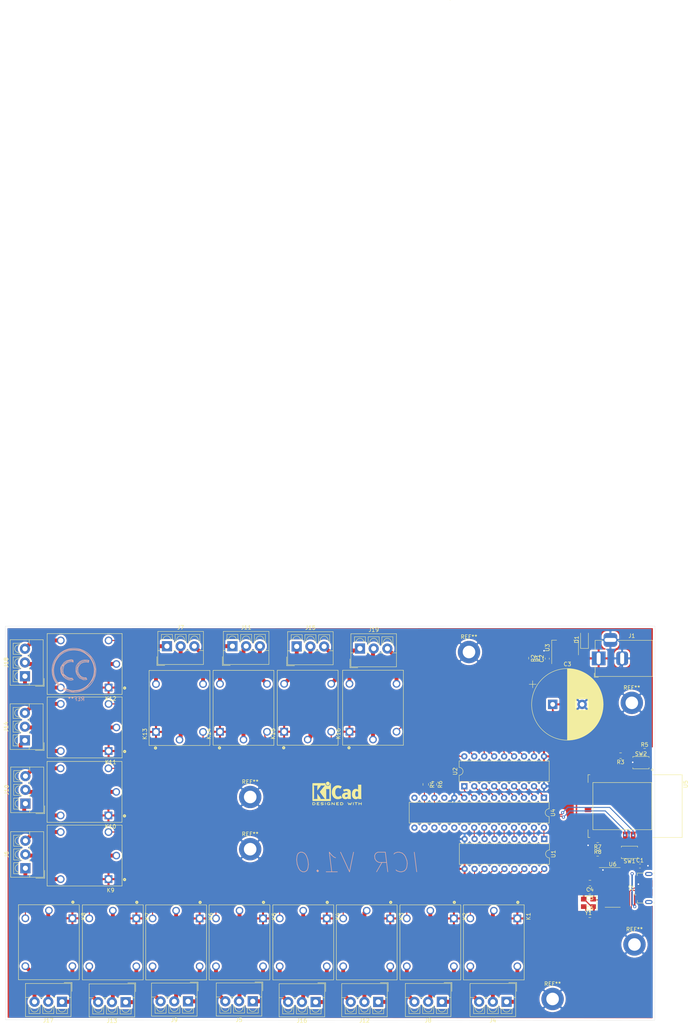
<source format=kicad_pcb>
(kicad_pcb (version 20171130) (host pcbnew "(5.1.2)-2")
  (layers (0 F.Cu signal) (31 B.Cu signal) (34 B.Paste user) (35 F.Paste user) (36 B.SilkS user) (37 F.SilkS user) (38 B.Mask user) (39 F.Mask user) (44 Edge.Cuts user))
  (net 0 "")
  (net 1 GND)
  (net 2 +5V)
  (net 3 "Net-(C2-Pad1)")
  (net 4 +3V3)
  (net 5 "Net-(C4-Pad1)")
  (net 6 "Net-(C5-Pad1)")
  (net 7 "Net-(C6-Pad1)")
  (net 8 "Net-(J2-Pad6)")
  (net 9 /D-)
  (net 10 /D+)
  (net 11 "Net-(J4-Pad3)")
  (net 12 "Net-(J4-Pad2)")
  (net 13 "Net-(J4-Pad1)")
  (net 14 "Net-(J5-Pad3)")
  (net 15 "Net-(J5-Pad2)")
  (net 16 "Net-(J5-Pad1)")
  (net 17 "Net-(J6-Pad3)")
  (net 18 "Net-(J6-Pad2)")
  (net 19 "Net-(J6-Pad1)")
  (net 20 "Net-(J7-Pad1)")
  (net 21 "Net-(J7-Pad2)")
  (net 22 "Net-(J7-Pad3)")
  (net 23 "Net-(J8-Pad1)")
  (net 24 "Net-(J8-Pad2)")
  (net 25 "Net-(J8-Pad3)")
  (net 26 "Net-(J9-Pad1)")
  (net 27 "Net-(J9-Pad2)")
  (net 28 "Net-(J9-Pad3)")
  (net 29 "Net-(J10-Pad3)")
  (net 30 "Net-(J10-Pad2)")
  (net 31 "Net-(J10-Pad1)")
  (net 32 "Net-(J11-Pad3)")
  (net 33 "Net-(J11-Pad2)")
  (net 34 "Net-(J11-Pad1)")
  (net 35 "Net-(J12-Pad3)")
  (net 36 "Net-(J12-Pad2)")
  (net 37 "Net-(J12-Pad1)")
  (net 38 "Net-(J13-Pad3)")
  (net 39 "Net-(J13-Pad2)")
  (net 40 "Net-(J13-Pad1)")
  (net 41 "Net-(J14-Pad1)")
  (net 42 "Net-(J14-Pad2)")
  (net 43 "Net-(J14-Pad3)")
  (net 44 "Net-(J15-Pad1)")
  (net 45 "Net-(J15-Pad2)")
  (net 46 "Net-(J15-Pad3)")
  (net 47 "Net-(J16-Pad1)")
  (net 48 "Net-(J16-Pad2)")
  (net 49 "Net-(J16-Pad3)")
  (net 50 "Net-(J17-Pad1)")
  (net 51 "Net-(J17-Pad2)")
  (net 52 "Net-(J17-Pad3)")
  (net 53 "Net-(J18-Pad3)")
  (net 54 "Net-(J18-Pad2)")
  (net 55 "Net-(J18-Pad1)")
  (net 56 "Net-(J19-Pad1)")
  (net 57 "Net-(J19-Pad2)")
  (net 58 "Net-(J19-Pad3)")
  (net 59 ENABLE)
  (net 60 /SDA)
  (net 61 RST)
  (net 62 /SCL)
  (net 63 GPIO0)
  (net 64 GPIO15)
  (net 65 INPUT7)
  (net 66 INPUT6)
  (net 67 INPUT5)
  (net 68 INPUT4)
  (net 69 INPUT3)
  (net 70 INPUT2)
  (net 71 INPUT1)
  (net 72 INPUT0)
  (net 73 INPUT15)
  (net 74 INPUT14)
  (net 75 INPUT13)
  (net 76 INPUT12)
  (net 77 INPUT11)
  (net 78 INPUT10)
  (net 79 INPUT9)
  (net 80 INPUT8)
  (net 81 "Net-(U4-Pad15)")
  (net 82 "Net-(U4-Pad16)")
  (net 83 "Net-(U4-Pad17)")
  (net 84 "Net-(U4-Pad18)")
  (net 85 "Net-(U4-Pad19)")
  (net 86 "Net-(U4-Pad20)")
  (net 87 "Net-(U4-Pad11)")
  (net 88 "Net-(U4-Pad14)")
  (net 89 "Net-(U5-Pad2)")
  (net 90 "Net-(U5-Pad4)")
  (net 91 "Net-(U5-Pad5)")
  (net 92 "Net-(U5-Pad6)")
  (net 93 "Net-(U5-Pad7)")
  (net 94 "Net-(U5-Pad17)")
  (net 95 /RXD)
  (net 96 /TXD)
  (net 97 "Net-(U5-Pad9)")
  (net 98 "Net-(U5-Pad10)")
  (net 99 "Net-(U5-Pad11)")
  (net 100 "Net-(U5-Pad12)")
  (net 101 "Net-(U5-Pad13)")
  (net 102 "Net-(U5-Pad14)")
  (net 103 "Net-(U6-Pad9)")
  (net 104 "Net-(U6-Pad10)")
  (net 105 "Net-(U6-Pad11)")
  (net 106 "Net-(U6-Pad12)")
  (net 107 "Net-(U6-Pad13)")
  (net 108 "Net-(U6-Pad14)")
  (net 109 "Net-(U6-Pad15)")
  (net 110 INPUTVOL)
  (net 111 RELAY8)
  (net 112 RELAY7)
  (net 113 RELAY6)
  (net 114 RELAY5)
  (net 115 RELAY4)
  (net 116 RELAY3)
  (net 117 RELAY2)
  (net 118 RELAY1)
  (net 119 RELAY9)
  (net 120 RELAY10)
  (net 121 RELAY12)
  (net 122 RELAY13)
  (net 123 RELAY14)
  (net 124 RELAY16)
  (net 125 RELAY11)
  (net 126 RELAY15)
  (module Symbol:Symbol_CreativeCommons_SilkScreenTop_Type2_Big (layer B.Cu) (at 48.4378 62.0268)
    (fp_text reference REF** (at 0.59944 7.29996) (layer B.SilkS) (effects (justify mirror)))
    (fp_text value Symbol_CreativeCommons_SilkScreenTop_Type2_Big)
  )
  (module Symbol:KiCad-Logo2_5mm_SilkScreen (layer F.Cu) (at 115.51412 93.38564)
    (fp_text reference REF** hide)
    (fp_text value KiCad-Logo2_5mm_SilkScreen hide)
  )
  (module MountingHole:MountingHole_3.2mm_M3_ISO7380_Pad (layer F.Cu) (at 170.4848 145.76552)
    (fp_text reference REF** (at 0 -3.85) (layer F.SilkS))
    (fp_text value MountingHole_3.2mm_M3_ISO7380_Pad)
    (pad 1 thru_hole circle (at 0 0) (size 5.7 5.7) (drill 3.2) (layers *.Cu *.Mask) (net 1 GND))
  )
  (module MountingHole:MountingHole_3.2mm_M3_ISO7380_Pad (layer F.Cu) (at 149.16912 57.36844)
    (fp_text reference REF** (at 0 -3.85) (layer F.SilkS))
    (fp_text value MountingHole_3.2mm_M3_ISO7380_Pad)
    (pad 1 thru_hole circle (at 0 0) (size 5.7 5.7) (drill 3.2) (layers *.Cu *.Mask) (net 1 GND))
  )
  (module MountingHole:MountingHole_3.2mm_M3_ISO7380_Pad (layer F.Cu) (at 191.36868 131.88188)
    (fp_text reference REF** (at 0 -3.85) (layer F.SilkS))
    (fp_text value MountingHole_3.2mm_M3_ISO7380_Pad)
    (pad 1 thru_hole circle (at 0 0) (size 5.7 5.7) (drill 3.2) (layers *.Cu *.Mask) (net 1 GND))
  )
  (module MountingHole:MountingHole_3.2mm_M3_ISO7380_Pad (layer F.Cu) (at 190.68796 70.32244)
    (fp_text reference REF** (at 0 -3.85) (layer F.SilkS))
    (fp_text value MountingHole_3.2mm_M3_ISO7380_Pad)
    (pad 1 thru_hole circle (at 0 0) (size 5.7 5.7) (drill 3.2) (layers *.Cu *.Mask) (net 1 GND))
  )
  (module MountingHole:MountingHole_3.2mm_M3_ISO7380_Pad (layer F.Cu) (at 93.3704 107.60456)
    (fp_text reference REF** (at 0 -3.85) (layer F.SilkS))
    (fp_text value MountingHole_3.2mm_M3_ISO7380_Pad)
    (pad 1 thru_hole circle (at 0 0) (size 5.7 5.7) (drill 3.2) (layers *.Cu *.Mask) (net 1 GND))
  )
  (module MountingHole:MountingHole_3.2mm_M3_ISO7380_Pad (layer F.Cu) (at 93.38056 94.30512)
    (fp_text reference REF** (at 0 -3.85) (layer F.SilkS))
    (fp_text value MountingHole_3.2mm_M3_ISO7380_Pad)
    (pad 1 thru_hole circle (at 0 0) (size 5.7 5.7) (drill 3.2) (layers *.Cu *.Mask) (net 1 GND))
  )
  (module Package_DIP:DIP-18_W7.62mm (layer F.Cu) (at 147.97532 91.57208 90)
    (fp_text reference U2 (at 3.81 -2.33 90) (layer F.SilkS))
    (fp_text value ULN2803A)
    (pad 18 thru_hole oval (at 7.62 0 90) (size 1.6 1.6) (drill 0.8) (layers *.Cu *.Mask) (net 119 RELAY9))
    (pad 9 thru_hole oval (at 0 20.32 90) (size 1.6 1.6) (drill 0.8) (layers *.Cu *.Mask) (net 1 GND))
    (pad 17 thru_hole oval (at 7.62 2.54 90) (size 1.6 1.6) (drill 0.8) (layers *.Cu *.Mask) (net 120 RELAY10))
    (pad 8 thru_hole oval (at 0 17.78 90) (size 1.6 1.6) (drill 0.8) (layers *.Cu *.Mask) (net 80 INPUT8))
    (pad 16 thru_hole oval (at 7.62 5.08 90) (size 1.6 1.6) (drill 0.8) (layers *.Cu *.Mask) (net 125 RELAY11))
    (pad 7 thru_hole oval (at 0 15.24 90) (size 1.6 1.6) (drill 0.8) (layers *.Cu *.Mask) (net 79 INPUT9))
    (pad 15 thru_hole oval (at 7.62 7.62 90) (size 1.6 1.6) (drill 0.8) (layers *.Cu *.Mask) (net 121 RELAY12))
    (pad 6 thru_hole oval (at 0 12.7 90) (size 1.6 1.6) (drill 0.8) (layers *.Cu *.Mask) (net 78 INPUT10))
    (pad 14 thru_hole oval (at 7.62 10.16 90) (size 1.6 1.6) (drill 0.8) (layers *.Cu *.Mask) (net 122 RELAY13))
    (pad 5 thru_hole oval (at 0 10.16 90) (size 1.6 1.6) (drill 0.8) (layers *.Cu *.Mask) (net 77 INPUT11))
    (pad 13 thru_hole oval (at 7.62 12.7 90) (size 1.6 1.6) (drill 0.8) (layers *.Cu *.Mask) (net 123 RELAY14))
    (pad 4 thru_hole oval (at 0 7.62 90) (size 1.6 1.6) (drill 0.8) (layers *.Cu *.Mask) (net 76 INPUT12))
    (pad 12 thru_hole oval (at 7.62 15.24 90) (size 1.6 1.6) (drill 0.8) (layers *.Cu *.Mask) (net 126 RELAY15))
    (pad 3 thru_hole oval (at 0 5.08 90) (size 1.6 1.6) (drill 0.8) (layers *.Cu *.Mask) (net 75 INPUT13))
    (pad 11 thru_hole oval (at 7.62 17.78 90) (size 1.6 1.6) (drill 0.8) (layers *.Cu *.Mask) (net 124 RELAY16))
    (pad 2 thru_hole oval (at 0 2.54 90) (size 1.6 1.6) (drill 0.8) (layers *.Cu *.Mask) (net 74 INPUT14))
    (pad 10 thru_hole oval (at 7.62 20.32 90) (size 1.6 1.6) (drill 0.8) (layers *.Cu *.Mask) (net 110 INPUTVOL))
    (pad 1 thru_hole rect (at 0 0 90) (size 1.6 1.6) (drill 0.8) (layers *.Cu *.Mask) (net 73 INPUT15))
  )
  (module Capacitor_THT:CP_Radial_D18.0mm_P7.50mm (layer F.Cu) (at 170.51528 70.70852)
    (fp_text reference C3 (at 3.75 -10.25) (layer F.SilkS))
    (fp_text value CP1_Small)
    (pad 2 thru_hole circle (at 7.5 0) (size 2.4 2.4) (drill 1.2) (layers *.Cu *.Mask) (net 1 GND))
    (pad 1 thru_hole rect (at 0 0) (size 2.4 2.4) (drill 1.2) (layers *.Cu *.Mask) (net 4 +3V3))
  )
  (module SRD-05VDC-SL-C:RELAY_SRD-05VDC-SL-C (layer F.Cu) (at 108.0389 71.57212 90)
    (fp_text reference K15 (at -6.62563 -8.83584 90) (layer F.SilkS) (effects (font (size 1.000094 1.000094))))
    (fp_text value SRD-05VDC-SL-C hide)
    (pad A1 thru_hole rect (at -6.1 -6 90) (size 1.98 1.98) (drill 1.32) (layers *.Cu *.Mask) (net 110 INPUTVOL))
    (pad COM thru_hole circle (at -8.1 0 90) (size 1.935 1.935) (drill 1.29) (layers *.Cu *.Mask) (net 45 "Net-(J15-Pad2)"))
    (pad A2 thru_hole circle (at -6.1 6 90) (size 1.98 1.98) (drill 1.32) (layers *.Cu *.Mask) (net 126 RELAY15))
    (pad NO thru_hole circle (at 6.1 6 90) (size 1.98 1.98) (drill 1.32) (layers *.Cu *.Mask) (net 46 "Net-(J15-Pad3)"))
    (pad NC thru_hole circle (at 6.1 -6 90) (size 1.98 1.98) (drill 1.32) (layers *.Cu *.Mask) (net 44 "Net-(J15-Pad1)"))
  )
  (module Button_Switch_SMD:SW_Push_SPST_NO_Alps_SKRK (layer F.Cu) (at 193.02476 85.56244)
    (fp_text reference SW2 (at 0 -2.25) (layer F.SilkS))
    (fp_text value SW_Push)
    (pad 1 smd roundrect (at -2.1 0) (size 0.8 2) (layers F.Cu F.Paste F.Mask) (net 1 GND))
    (pad 2 smd roundrect (at 2.1 0) (size 0.8 2) (layers F.Cu F.Paste F.Mask) (net 61 RST))
  )
  (module Button_Switch_SMD:SW_Push_SPST_NO_Alps_SKRK (layer F.Cu) (at 190.09868 108.4072 180)
    (fp_text reference SW1 (at 0 -2.25) (layer F.SilkS))
    (fp_text value SW_Push)
    (pad 1 smd roundrect (at -2.1 0 180) (size 0.8 2) (layers F.Cu F.Paste F.Mask) (net 1 GND))
    (pad 2 smd roundrect (at 2.1 0 180) (size 0.8 2) (layers F.Cu F.Paste F.Mask) (net 63 GPIO0))
  )
  (module Diode_SMD:D_SOD-123 (layer F.Cu) (at 178.61788 54.19852 90)
    (fp_text reference D1 (at 0 -2 90) (layer F.SilkS))
    (fp_text value D)
    (pad 2 smd rect (at 1.65 0 90) (size 0.9 1.2) (layers F.Cu F.Paste F.Mask) (net 4 +3V3))
    (pad 1 smd rect (at -1.65 0 90) (size 0.9 1.2) (layers F.Cu F.Paste F.Mask) (net 110 INPUTVOL))
  )
  (module Capacitor_SMD:C_0603_1608Metric_Pad1.05x0.95mm_HandSolder (layer F.Cu) (at 192.76568 111.887)
    (fp_text reference C1 (at 0 -1.43) (layer F.SilkS))
    (fp_text value 10uf)
    (pad 2 smd roundrect (at 0.875 0) (size 1.05 0.95) (layers F.Cu F.Paste F.Mask) (net 1 GND))
    (pad 1 smd roundrect (at -0.875 0) (size 1.05 0.95) (layers F.Cu F.Paste F.Mask) (net 2 +5V))
  )
  (module Capacitor_SMD:C_0603_1608Metric_Pad1.05x0.95mm_HandSolder (layer F.Cu) (at 169.12844 59.06008 90)
    (fp_text reference C2 (at 0 -1.43 90) (layer F.SilkS))
    (fp_text value 10uf)
    (pad 1 smd roundrect (at -0.875 0 90) (size 1.05 0.95) (layers F.Cu F.Paste F.Mask) (net 3 "Net-(C2-Pad1)"))
    (pad 2 smd roundrect (at 0.875 0 90) (size 1.05 0.95) (layers F.Cu F.Paste F.Mask) (net 1 GND))
  )
  (module Capacitor_SMD:C_0805_2012Metric_Pad1.15x1.40mm_HandSolder (layer F.Cu) (at 180.0098 116.24056 180)
    (fp_text reference C4 (at 0 -1.65) (layer F.SilkS))
    (fp_text value 100nf)
    (pad 1 smd roundrect (at -1.025 0 180) (size 1.15 1.4) (layers F.Cu F.Paste F.Mask) (roundrect_rratio 0.217391) (net 5 "Net-(C4-Pad1)"))
    (pad 2 smd roundrect (at 1.025 0 180) (size 1.15 1.4) (layers F.Cu F.Paste F.Mask) (roundrect_rratio 0.217391) (net 1 GND))
  )
  (module Capacitor_SMD:C_0805_2012Metric_Pad1.15x1.40mm_HandSolder (layer F.Cu) (at 179.97424 118.34368 180)
    (fp_text reference C5 (at 0 -1.65) (layer F.SilkS))
    (fp_text value 22pf)
    (pad 2 smd roundrect (at 1.025 0 180) (size 1.15 1.4) (layers F.Cu F.Paste F.Mask) (roundrect_rratio 0.217391) (net 1 GND))
    (pad 1 smd roundrect (at -1.025 0 180) (size 1.15 1.4) (layers F.Cu F.Paste F.Mask) (roundrect_rratio 0.217391) (net 6 "Net-(C5-Pad1)"))
  )
  (module Capacitor_SMD:C_0805_2012Metric_Pad1.15x1.40mm_HandSolder (layer F.Cu) (at 179.97424 124.29236)
    (fp_text reference C6 (at 0 -1.65) (layer F.SilkS))
    (fp_text value 22pf)
    (pad 1 smd roundrect (at -1.025 0) (size 1.15 1.4) (layers F.Cu F.Paste F.Mask) (roundrect_rratio 0.217391) (net 7 "Net-(C6-Pad1)"))
    (pad 2 smd roundrect (at 1.025 0) (size 1.15 1.4) (layers F.Cu F.Paste F.Mask) (roundrect_rratio 0.217391) (net 1 GND))
  )
  (module Connector_BarrelJack:BarrelJack_Horizontal (layer F.Cu) (at 182.22976 58.99404 180)
    (fp_text reference J1 (at -8.45 5.75) (layer F.SilkS))
    (fp_text value Barrel_Jack_Switch)
    (pad 1 thru_hole rect (at 0 0 180) (size 3.5 3.5) (drill oval 1 3) (layers *.Cu *.Mask) (net 110 INPUTVOL))
    (pad 2 thru_hole roundrect (at -6 0 180) (size 3 3.5) (drill oval 1 3) (layers *.Cu *.Mask) (net 1 GND))
    (pad 3 thru_hole roundrect (at -3 4.7 180) (size 3.5 3.5) (drill oval 3 1) (layers *.Cu *.Mask) (net 1 GND))
  )
  (module Connector_USB:USB_Micro-B_GCT_USB3076-30-A (layer F.Cu) (at 193.81216 117.49532 90)
    (fp_text reference J2 (at 0 -3.3 90) (layer F.SilkS))
    (fp_text value USB_B_Micro)
    (pad 6 smd rect (at 1.125 1.2 90) (size 1.75 1.9) (layers F.Cu F.Paste F.Mask) (net 8 "Net-(J2-Pad6)"))
    (pad 2 smd rect (at -0.65 -1.45 90) (size 0.4 1.4) (layers F.Cu F.Paste F.Mask) (net 9 /D-))
    (pad 1 smd rect (at -1.3 -1.45 90) (size 0.4 1.4) (layers F.Cu F.Paste F.Mask) (net 2 +5V))
    (pad 5 smd rect (at 1.3 -1.45 90) (size 0.4 1.4) (layers F.Cu F.Paste F.Mask) (net 1 GND))
    (pad 4 smd rect (at 0.65 -1.45 90) (size 0.4 1.4) (layers F.Cu F.Paste F.Mask) (net 1 GND))
    (pad 3 smd rect (at 0 -1.45 90) (size 0.4 1.4) (layers F.Cu F.Paste F.Mask) (net 10 /D+))
    (pad 6 smd rect (at -1.125 1.2 90) (size 1.75 1.9) (layers F.Cu F.Paste F.Mask) (net 8 "Net-(J2-Pad6)"))
    (pad 6 thru_hole oval (at -3.575 1.2 270) (size 1.05 1.9) (drill oval 0.45 1.25) (layers *.Cu *.Mask) (net 8 "Net-(J2-Pad6)"))
    (pad 6 thru_hole oval (at 3.575 1.2 90) (size 1.05 1.9) (drill oval 0.45 1.25) (layers *.Cu *.Mask) (net 8 "Net-(J2-Pad6)"))
    (pad 6 smd rect (at 2.32 -1.03 90) (size 1.15 1.45) (layers F.Cu F.Paste F.Mask) (net 8 "Net-(J2-Pad6)"))
    (pad 6 smd rect (at -2.32 -1.03 90) (size 1.15 1.45) (layers F.Cu F.Paste F.Mask) (net 8 "Net-(J2-Pad6)"))
  )
  (module TerminalBlock_4Ucon:TerminalBlock_4Ucon_1x03_P3.50mm_Vertical (layer F.Cu) (at 158.75508 146.4818 180)
    (fp_text reference J4 (at 3.5 -4.76) (layer F.SilkS))
    (fp_text value Screw_Terminal_01x03)
    (pad 3 thru_hole circle (at 7 0 180) (size 2.6 2.6) (drill 1.3) (layers *.Cu *.Mask) (net 11 "Net-(J4-Pad3)"))
    (pad 2 thru_hole circle (at 3.5 0 180) (size 2.6 2.6) (drill 1.3) (layers *.Cu *.Mask) (net 12 "Net-(J4-Pad2)"))
    (pad 1 thru_hole rect (at 0 0 180) (size 2.6 2.6) (drill 1.3) (layers *.Cu *.Mask) (net 13 "Net-(J4-Pad1)"))
  )
  (module TerminalBlock_4Ucon:TerminalBlock_4Ucon_1x03_P3.50mm_Vertical (layer F.Cu) (at 94.03588 146.34972 180)
    (fp_text reference J5 (at 3.5 -4.76) (layer F.SilkS))
    (fp_text value Screw_Terminal_01x03)
    (pad 3 thru_hole circle (at 7 0 180) (size 2.6 2.6) (drill 1.3) (layers *.Cu *.Mask) (net 14 "Net-(J5-Pad3)"))
    (pad 2 thru_hole circle (at 3.5 0 180) (size 2.6 2.6) (drill 1.3) (layers *.Cu *.Mask) (net 15 "Net-(J5-Pad2)"))
    (pad 1 thru_hole rect (at 0 0 180) (size 2.6 2.6) (drill 1.3) (layers *.Cu *.Mask) (net 16 "Net-(J5-Pad1)"))
  )
  (module TerminalBlock_4Ucon:TerminalBlock_4Ucon_1x03_P3.50mm_Vertical (layer F.Cu) (at 36.05276 112.4458 90)
    (fp_text reference J6 (at 3.5 -4.76 90) (layer F.SilkS))
    (fp_text value Screw_Terminal_01x03)
    (pad 3 thru_hole circle (at 7 0 90) (size 2.6 2.6) (drill 1.3) (layers *.Cu *.Mask) (net 17 "Net-(J6-Pad3)"))
    (pad 2 thru_hole circle (at 3.5 0 90) (size 2.6 2.6) (drill 1.3) (layers *.Cu *.Mask) (net 18 "Net-(J6-Pad2)"))
    (pad 1 thru_hole rect (at 0 0 90) (size 2.6 2.6) (drill 1.3) (layers *.Cu *.Mask) (net 19 "Net-(J6-Pad1)"))
  )
  (module TerminalBlock_4Ucon:TerminalBlock_4Ucon_1x03_P3.50mm_Vertical (layer F.Cu) (at 72.14108 55.89016)
    (fp_text reference J7 (at 3.5 -4.76) (layer F.SilkS))
    (fp_text value Screw_Terminal_01x03)
    (pad 1 thru_hole rect (at 0 0) (size 2.6 2.6) (drill 1.3) (layers *.Cu *.Mask) (net 20 "Net-(J7-Pad1)"))
    (pad 2 thru_hole circle (at 3.5 0) (size 2.6 2.6) (drill 1.3) (layers *.Cu *.Mask) (net 21 "Net-(J7-Pad2)"))
    (pad 3 thru_hole circle (at 7 0) (size 2.6 2.6) (drill 1.3) (layers *.Cu *.Mask) (net 22 "Net-(J7-Pad3)"))
  )
  (module TerminalBlock_4Ucon:TerminalBlock_4Ucon_1x03_P3.50mm_Vertical (layer F.Cu) (at 142.26032 146.47672 180)
    (fp_text reference J8 (at 3.5 -4.76) (layer F.SilkS))
    (fp_text value Screw_Terminal_01x03)
    (pad 1 thru_hole rect (at 0 0 180) (size 2.6 2.6) (drill 1.3) (layers *.Cu *.Mask) (net 23 "Net-(J8-Pad1)"))
    (pad 2 thru_hole circle (at 3.5 0 180) (size 2.6 2.6) (drill 1.3) (layers *.Cu *.Mask) (net 24 "Net-(J8-Pad2)"))
    (pad 3 thru_hole circle (at 7 0 180) (size 2.6 2.6) (drill 1.3) (layers *.Cu *.Mask) (net 25 "Net-(J8-Pad3)"))
  )
  (module TerminalBlock_4Ucon:TerminalBlock_4Ucon_1x03_P3.50mm_Vertical (layer F.Cu) (at 77.52588 146.37004 180)
    (fp_text reference J9 (at 3.5 -4.76) (layer F.SilkS))
    (fp_text value Screw_Terminal_01x03)
    (pad 1 thru_hole rect (at 0 0 180) (size 2.6 2.6) (drill 1.3) (layers *.Cu *.Mask) (net 26 "Net-(J9-Pad1)"))
    (pad 2 thru_hole circle (at 3.5 0 180) (size 2.6 2.6) (drill 1.3) (layers *.Cu *.Mask) (net 27 "Net-(J9-Pad2)"))
    (pad 3 thru_hole circle (at 7 0 180) (size 2.6 2.6) (drill 1.3) (layers *.Cu *.Mask) (net 28 "Net-(J9-Pad3)"))
  )
  (module TerminalBlock_4Ucon:TerminalBlock_4Ucon_1x03_P3.50mm_Vertical (layer F.Cu) (at 36.05784 95.99168 90)
    (fp_text reference J10 (at 3.5 -4.76 90) (layer F.SilkS))
    (fp_text value Screw_Terminal_01x03)
    (pad 3 thru_hole circle (at 7 0 90) (size 2.6 2.6) (drill 1.3) (layers *.Cu *.Mask) (net 29 "Net-(J10-Pad3)"))
    (pad 2 thru_hole circle (at 3.5 0 90) (size 2.6 2.6) (drill 1.3) (layers *.Cu *.Mask) (net 30 "Net-(J10-Pad2)"))
    (pad 1 thru_hole rect (at 0 0 90) (size 2.6 2.6) (drill 1.3) (layers *.Cu *.Mask) (net 31 "Net-(J10-Pad1)"))
  )
  (module TerminalBlock_4Ucon:TerminalBlock_4Ucon_1x03_P3.50mm_Vertical (layer F.Cu) (at 88.84666 55.88508)
    (fp_text reference J11 (at 3.5 -4.76) (layer F.SilkS))
    (fp_text value Screw_Terminal_01x03)
    (pad 3 thru_hole circle (at 7 0) (size 2.6 2.6) (drill 1.3) (layers *.Cu *.Mask) (net 32 "Net-(J11-Pad3)"))
    (pad 2 thru_hole circle (at 3.5 0) (size 2.6 2.6) (drill 1.3) (layers *.Cu *.Mask) (net 33 "Net-(J11-Pad2)"))
    (pad 1 thru_hole rect (at 0 0) (size 2.6 2.6) (drill 1.3) (layers *.Cu *.Mask) (net 34 "Net-(J11-Pad1)"))
  )
  (module TerminalBlock_4Ucon:TerminalBlock_4Ucon_1x03_P3.50mm_Vertical (layer F.Cu) (at 126.01448 146.51736 180)
    (fp_text reference J12 (at 3.5 -4.76) (layer F.SilkS))
    (fp_text value Screw_Terminal_01x03)
    (pad 3 thru_hole circle (at 7 0 180) (size 2.6 2.6) (drill 1.3) (layers *.Cu *.Mask) (net 35 "Net-(J12-Pad3)"))
    (pad 2 thru_hole circle (at 3.5 0 180) (size 2.6 2.6) (drill 1.3) (layers *.Cu *.Mask) (net 36 "Net-(J12-Pad2)"))
    (pad 1 thru_hole rect (at 0 0 180) (size 2.6 2.6) (drill 1.3) (layers *.Cu *.Mask) (net 37 "Net-(J12-Pad1)"))
  )
  (module TerminalBlock_4Ucon:TerminalBlock_4Ucon_1x03_P3.50mm_Vertical (layer F.Cu) (at 61.6204 146.57324 180)
    (fp_text reference J13 (at 3.5 -4.76) (layer F.SilkS))
    (fp_text value Screw_Terminal_01x03)
    (pad 3 thru_hole circle (at 7 0 180) (size 2.6 2.6) (drill 1.3) (layers *.Cu *.Mask) (net 38 "Net-(J13-Pad3)"))
    (pad 2 thru_hole circle (at 3.5 0 180) (size 2.6 2.6) (drill 1.3) (layers *.Cu *.Mask) (net 39 "Net-(J13-Pad2)"))
    (pad 1 thru_hole rect (at 0 0 180) (size 2.6 2.6) (drill 1.3) (layers *.Cu *.Mask) (net 40 "Net-(J13-Pad1)"))
  )
  (module TerminalBlock_4Ucon:TerminalBlock_4Ucon_1x03_P3.50mm_Vertical (layer F.Cu) (at 35.92576 79.88808 90)
    (fp_text reference J14 (at 3.5 -4.76 90) (layer F.SilkS))
    (fp_text value Screw_Terminal_01x03)
    (pad 1 thru_hole rect (at 0 0 90) (size 2.6 2.6) (drill 1.3) (layers *.Cu *.Mask) (net 41 "Net-(J14-Pad1)"))
    (pad 2 thru_hole circle (at 3.5 0 90) (size 2.6 2.6) (drill 1.3) (layers *.Cu *.Mask) (net 42 "Net-(J14-Pad2)"))
    (pad 3 thru_hole circle (at 7 0 90) (size 2.6 2.6) (drill 1.3) (layers *.Cu *.Mask) (net 43 "Net-(J14-Pad3)"))
  )
  (module TerminalBlock_4Ucon:TerminalBlock_4Ucon_1x03_P3.50mm_Vertical (layer F.Cu) (at 105.2322 55.95112)
    (fp_text reference J15 (at 3.5 -4.76) (layer F.SilkS))
    (fp_text value Screw_Terminal_01x03)
    (pad 1 thru_hole rect (at 0 0) (size 2.6 2.6) (drill 1.3) (layers *.Cu *.Mask) (net 44 "Net-(J15-Pad1)"))
    (pad 2 thru_hole circle (at 3.5 0) (size 2.6 2.6) (drill 1.3) (layers *.Cu *.Mask) (net 45 "Net-(J15-Pad2)"))
    (pad 3 thru_hole circle (at 7 0) (size 2.6 2.6) (drill 1.3) (layers *.Cu *.Mask) (net 46 "Net-(J15-Pad3)"))
  )
  (module TerminalBlock_4Ucon:TerminalBlock_4Ucon_1x03_P3.50mm_Vertical (layer F.Cu) (at 110.06328 146.54276 180)
    (fp_text reference J16 (at 3.5 -4.76) (layer F.SilkS))
    (fp_text value Screw_Terminal_01x03)
    (pad 1 thru_hole rect (at 0 0 180) (size 2.6 2.6) (drill 1.3) (layers *.Cu *.Mask) (net 47 "Net-(J16-Pad1)"))
    (pad 2 thru_hole circle (at 3.5 0 180) (size 2.6 2.6) (drill 1.3) (layers *.Cu *.Mask) (net 48 "Net-(J16-Pad2)"))
    (pad 3 thru_hole circle (at 7 0 180) (size 2.6 2.6) (drill 1.3) (layers *.Cu *.Mask) (net 49 "Net-(J16-Pad3)"))
  )
  (module TerminalBlock_4Ucon:TerminalBlock_4Ucon_1x03_P3.50mm_Vertical (layer F.Cu) (at 45.38472 146.47672 180)
    (fp_text reference J17 (at 3.5 -4.76) (layer F.SilkS))
    (fp_text value Screw_Terminal_01x03)
    (pad 1 thru_hole rect (at 0 0 180) (size 2.6 2.6) (drill 1.3) (layers *.Cu *.Mask) (net 50 "Net-(J17-Pad1)"))
    (pad 2 thru_hole circle (at 3.5 0 180) (size 2.6 2.6) (drill 1.3) (layers *.Cu *.Mask) (net 51 "Net-(J17-Pad2)"))
    (pad 3 thru_hole circle (at 7 0 180) (size 2.6 2.6) (drill 1.3) (layers *.Cu *.Mask) (net 52 "Net-(J17-Pad3)"))
  )
  (module TerminalBlock_4Ucon:TerminalBlock_4Ucon_1x03_P3.50mm_Vertical (layer F.Cu) (at 35.941 63.54064 90)
    (fp_text reference J18 (at 3.5 -4.76 90) (layer F.SilkS))
    (fp_text value Screw_Terminal_01x03)
    (pad 3 thru_hole circle (at 7 0 90) (size 2.6 2.6) (drill 1.3) (layers *.Cu *.Mask) (net 53 "Net-(J18-Pad3)"))
    (pad 2 thru_hole circle (at 3.5 0 90) (size 2.6 2.6) (drill 1.3) (layers *.Cu *.Mask) (net 54 "Net-(J18-Pad2)"))
    (pad 1 thru_hole rect (at 0 0 90) (size 2.6 2.6) (drill 1.3) (layers *.Cu *.Mask) (net 55 "Net-(J18-Pad1)"))
  )
  (module TerminalBlock_4Ucon:TerminalBlock_4Ucon_1x03_P3.50mm_Vertical (layer F.Cu) (at 121.36628 56.48452)
    (fp_text reference J19 (at 3.5 -4.76) (layer F.SilkS))
    (fp_text value Screw_Terminal_01x03)
    (pad 1 thru_hole rect (at 0 0) (size 2.6 2.6) (drill 1.3) (layers *.Cu *.Mask) (net 56 "Net-(J19-Pad1)"))
    (pad 2 thru_hole circle (at 3.5 0) (size 2.6 2.6) (drill 1.3) (layers *.Cu *.Mask) (net 57 "Net-(J19-Pad2)"))
    (pad 3 thru_hole circle (at 7 0) (size 2.6 2.6) (drill 1.3) (layers *.Cu *.Mask) (net 58 "Net-(J19-Pad3)"))
  )
  (module SRD-05VDC-SL-C:RELAY_SRD-05VDC-SL-C (layer F.Cu) (at 155.50388 131.3434 270)
    (fp_text reference K1 (at -6.62563 -8.83584 90) (layer F.SilkS) (effects (font (size 1.000094 1.000094))))
    (fp_text value SRD-05VDC-SL-C)
    (pad NC thru_hole circle (at 6.1 -6 270) (size 1.98 1.98) (drill 1.32) (layers *.Cu *.Mask) (net 13 "Net-(J4-Pad1)"))
    (pad NO thru_hole circle (at 6.1 6 270) (size 1.98 1.98) (drill 1.32) (layers *.Cu *.Mask) (net 11 "Net-(J4-Pad3)"))
    (pad A2 thru_hole circle (at -6.1 6 270) (size 1.98 1.98) (drill 1.32) (layers *.Cu *.Mask) (net 118 RELAY1))
    (pad COM thru_hole circle (at -8.1 0 270) (size 1.935 1.935) (drill 1.29) (layers *.Cu *.Mask) (net 12 "Net-(J4-Pad2)"))
    (pad A1 thru_hole rect (at -6.1 -6 270) (size 1.98 1.98) (drill 1.32) (layers *.Cu *.Mask) (net 110 INPUTVOL))
  )
  (module SRD-05VDC-SL-C:RELAY_SRD-05VDC-SL-C (layer F.Cu) (at 90.6526 131.3434 270)
    (fp_text reference K5 (at -6.62563 -8.83584 90) (layer F.SilkS) (effects (font (size 1.000094 1.000094))))
    (fp_text value SRD-05VDC-SL-C)
    (pad A1 thru_hole rect (at -6.1 -6 270) (size 1.98 1.98) (drill 1.32) (layers *.Cu *.Mask) (net 110 INPUTVOL))
    (pad COM thru_hole circle (at -8.1 0 270) (size 1.935 1.935) (drill 1.29) (layers *.Cu *.Mask) (net 15 "Net-(J5-Pad2)"))
    (pad A2 thru_hole circle (at -6.1 6 270) (size 1.98 1.98) (drill 1.32) (layers *.Cu *.Mask) (net 114 RELAY5))
    (pad NO thru_hole circle (at 6.1 6 270) (size 1.98 1.98) (drill 1.32) (layers *.Cu *.Mask) (net 14 "Net-(J5-Pad3)"))
    (pad NC thru_hole circle (at 6.1 -6 270) (size 1.98 1.98) (drill 1.32) (layers *.Cu *.Mask) (net 16 "Net-(J5-Pad1)"))
  )
  (module SRD-05VDC-SL-C:RELAY_SRD-05VDC-SL-C (layer F.Cu) (at 51.15052 109.23016 180)
    (fp_text reference K9 (at -6.62563 -8.83584) (layer F.SilkS) (effects (font (size 1.000094 1.000094))))
    (fp_text value SRD-05VDC-SL-C)
    (pad A1 thru_hole rect (at -6.1 -6 180) (size 1.98 1.98) (drill 1.32) (layers *.Cu *.Mask) (net 110 INPUTVOL))
    (pad COM thru_hole circle (at -8.1 0 180) (size 1.935 1.935) (drill 1.29) (layers *.Cu *.Mask) (net 18 "Net-(J6-Pad2)"))
    (pad A2 thru_hole circle (at -6.1 6 180) (size 1.98 1.98) (drill 1.32) (layers *.Cu *.Mask) (net 119 RELAY9))
    (pad NO thru_hole circle (at 6.1 6 180) (size 1.98 1.98) (drill 1.32) (layers *.Cu *.Mask) (net 17 "Net-(J6-Pad3)"))
    (pad NC thru_hole circle (at 6.1 -6 180) (size 1.98 1.98) (drill 1.32) (layers *.Cu *.Mask) (net 19 "Net-(J6-Pad1)"))
  )
  (module SRD-05VDC-SL-C:RELAY_SRD-05VDC-SL-C (layer F.Cu) (at 75.354301 71.624939 90)
    (fp_text reference K13 (at -6.62563 -8.83584 90) (layer F.SilkS) (effects (font (size 1.000094 1.000094))))
    (fp_text value SRD-05VDC-SL-C)
    (pad A1 thru_hole rect (at -6.1 -6 90) (size 1.98 1.98) (drill 1.32) (layers *.Cu *.Mask) (net 110 INPUTVOL))
    (pad COM thru_hole circle (at -8.1 0 90) (size 1.935 1.935) (drill 1.29) (layers *.Cu *.Mask) (net 21 "Net-(J7-Pad2)"))
    (pad A2 thru_hole circle (at -6.1 6 90) (size 1.98 1.98) (drill 1.32) (layers *.Cu *.Mask) (net 122 RELAY13))
    (pad NO thru_hole circle (at 6.1 6 90) (size 1.98 1.98) (drill 1.32) (layers *.Cu *.Mask) (net 22 "Net-(J7-Pad3)"))
    (pad NC thru_hole circle (at 6.1 -6 90) (size 1.98 1.98) (drill 1.32) (layers *.Cu *.Mask) (net 20 "Net-(J7-Pad1)"))
  )
  (module SRD-05VDC-SL-C:RELAY_SRD-05VDC-SL-C (layer F.Cu) (at 139.30884 131.3434 270)
    (fp_text reference K2 (at -6.62563 -8.83584 90) (layer F.SilkS) (effects (font (size 1.000094 1.000094))))
    (fp_text value SRD-05VDC-SL-C)
    (pad A1 thru_hole rect (at -6.1 -6 270) (size 1.98 1.98) (drill 1.32) (layers *.Cu *.Mask) (net 110 INPUTVOL))
    (pad COM thru_hole circle (at -8.1 0 270) (size 1.935 1.935) (drill 1.29) (layers *.Cu *.Mask) (net 24 "Net-(J8-Pad2)"))
    (pad A2 thru_hole circle (at -6.1 6 270) (size 1.98 1.98) (drill 1.32) (layers *.Cu *.Mask) (net 117 RELAY2))
    (pad NO thru_hole circle (at 6.1 6 270) (size 1.98 1.98) (drill 1.32) (layers *.Cu *.Mask) (net 25 "Net-(J8-Pad3)"))
    (pad NC thru_hole circle (at 6.1 -6 270) (size 1.98 1.98) (drill 1.32) (layers *.Cu *.Mask) (net 23 "Net-(J8-Pad1)"))
  )
  (module SRD-05VDC-SL-C:RELAY_SRD-05VDC-SL-C (layer F.Cu) (at 74.48804 131.34848 270)
    (fp_text reference K6 (at -6.62563 -8.83584 90) (layer F.SilkS) (effects (font (size 1.000094 1.000094))))
    (fp_text value SRD-05VDC-SL-C)
    (pad NC thru_hole circle (at 6.1 -6 270) (size 1.98 1.98) (drill 1.32) (layers *.Cu *.Mask) (net 26 "Net-(J9-Pad1)"))
    (pad NO thru_hole circle (at 6.1 6 270) (size 1.98 1.98) (drill 1.32) (layers *.Cu *.Mask) (net 28 "Net-(J9-Pad3)"))
    (pad A2 thru_hole circle (at -6.1 6 270) (size 1.98 1.98) (drill 1.32) (layers *.Cu *.Mask) (net 113 RELAY6))
    (pad COM thru_hole circle (at -8.1 0 270) (size 1.935 1.935) (drill 1.29) (layers *.Cu *.Mask) (net 27 "Net-(J9-Pad2)"))
    (pad A1 thru_hole rect (at -6.1 -6 270) (size 1.98 1.98) (drill 1.32) (layers *.Cu *.Mask) (net 110 INPUTVOL))
  )
  (module SRD-05VDC-SL-C:RELAY_SRD-05VDC-SL-C (layer F.Cu) (at 51.1302 93.00718 180)
    (fp_text reference K10 (at -6.62563 -8.83584) (layer F.SilkS) (effects (font (size 1.000094 1.000094))))
    (fp_text value SRD-05VDC-SL-C)
    (pad NC thru_hole circle (at 6.1 -6 180) (size 1.98 1.98) (drill 1.32) (layers *.Cu *.Mask) (net 31 "Net-(J10-Pad1)"))
    (pad NO thru_hole circle (at 6.1 6 180) (size 1.98 1.98) (drill 1.32) (layers *.Cu *.Mask) (net 29 "Net-(J10-Pad3)"))
    (pad A2 thru_hole circle (at -6.1 6 180) (size 1.98 1.98) (drill 1.32) (layers *.Cu *.Mask) (net 120 RELAY10))
    (pad COM thru_hole circle (at -8.1 0 180) (size 1.935 1.935) (drill 1.29) (layers *.Cu *.Mask) (net 30 "Net-(J10-Pad2)"))
    (pad A1 thru_hole rect (at -6.1 -6 180) (size 1.98 1.98) (drill 1.32) (layers *.Cu *.Mask) (net 110 INPUTVOL))
  )
  (module SRD-05VDC-SL-C:RELAY_SRD-05VDC-SL-C (layer F.Cu) (at 91.6686 71.59244 90)
    (fp_text reference K14 (at -6.62563 -8.83584 90) (layer F.SilkS) (effects (font (size 1.000094 1.000094))))
    (fp_text value SRD-05VDC-SL-C)
    (pad NC thru_hole circle (at 6.1 -6 90) (size 1.98 1.98) (drill 1.32) (layers *.Cu *.Mask) (net 34 "Net-(J11-Pad1)"))
    (pad NO thru_hole circle (at 6.1 6 90) (size 1.98 1.98) (drill 1.32) (layers *.Cu *.Mask) (net 32 "Net-(J11-Pad3)"))
    (pad A2 thru_hole circle (at -6.1 6 90) (size 1.98 1.98) (drill 1.32) (layers *.Cu *.Mask) (net 123 RELAY14))
    (pad COM thru_hole circle (at -8.1 0 90) (size 1.935 1.935) (drill 1.29) (layers *.Cu *.Mask) (net 33 "Net-(J11-Pad2)"))
    (pad A1 thru_hole rect (at -6.1 -6 90) (size 1.98 1.98) (drill 1.32) (layers *.Cu *.Mask) (net 110 INPUTVOL))
  )
  (module SRD-05VDC-SL-C:RELAY_SRD-05VDC-SL-C (layer F.Cu) (at 123.09348 131.3434 270)
    (fp_text reference K3 (at -6.62563 -8.83584 90) (layer F.SilkS) (effects (font (size 1.000094 1.000094))))
    (fp_text value SRD-05VDC-SL-C)
    (pad NC thru_hole circle (at 6.1 -6 270) (size 1.98 1.98) (drill 1.32) (layers *.Cu *.Mask) (net 37 "Net-(J12-Pad1)"))
    (pad NO thru_hole circle (at 6.1 6 270) (size 1.98 1.98) (drill 1.32) (layers *.Cu *.Mask) (net 35 "Net-(J12-Pad3)"))
    (pad A2 thru_hole circle (at -6.1 6 270) (size 1.98 1.98) (drill 1.32) (layers *.Cu *.Mask) (net 116 RELAY3))
    (pad COM thru_hole circle (at -8.1 0 270) (size 1.935 1.935) (drill 1.29) (layers *.Cu *.Mask) (net 36 "Net-(J12-Pad2)"))
    (pad A1 thru_hole rect (at -6.1 -6 270) (size 1.98 1.98) (drill 1.32) (layers *.Cu *.Mask) (net 110 INPUTVOL))
  )
  (module SRD-05VDC-SL-C:RELAY_SRD-05VDC-SL-C (layer F.Cu) (at 58.34888 131.33578 270)
    (fp_text reference K7 (at -6.62563 -8.83584 90) (layer F.SilkS) (effects (font (size 1.000094 1.000094))))
    (fp_text value SRD-05VDC-SL-C)
    (pad A1 thru_hole rect (at -6.1 -6 270) (size 1.98 1.98) (drill 1.32) (layers *.Cu *.Mask) (net 110 INPUTVOL))
    (pad COM thru_hole circle (at -8.1 0 270) (size 1.935 1.935) (drill 1.29) (layers *.Cu *.Mask) (net 39 "Net-(J13-Pad2)"))
    (pad A2 thru_hole circle (at -6.1 6 270) (size 1.98 1.98) (drill 1.32) (layers *.Cu *.Mask) (net 112 RELAY7))
    (pad NO thru_hole circle (at 6.1 6 270) (size 1.98 1.98) (drill 1.32) (layers *.Cu *.Mask) (net 38 "Net-(J13-Pad3)"))
    (pad NC thru_hole circle (at 6.1 -6 270) (size 1.98 1.98) (drill 1.32) (layers *.Cu *.Mask) (net 40 "Net-(J13-Pad1)"))
  )
  (module SRD-05VDC-SL-C:RELAY_SRD-05VDC-SL-C (layer F.Cu) (at 51.17084 76.59116 180)
    (fp_text reference K11 (at -6.62563 -8.83584) (layer F.SilkS) (effects (font (size 1.000094 1.000094))))
    (fp_text value SRD-05VDC-SL-C)
    (pad A1 thru_hole rect (at -6.1 -6 180) (size 1.98 1.98) (drill 1.32) (layers *.Cu *.Mask) (net 110 INPUTVOL))
    (pad COM thru_hole circle (at -8.1 0 180) (size 1.935 1.935) (drill 1.29) (layers *.Cu *.Mask) (net 42 "Net-(J14-Pad2)"))
    (pad A2 thru_hole circle (at -6.1 6 180) (size 1.98 1.98) (drill 1.32) (layers *.Cu *.Mask) (net 125 RELAY11))
    (pad NO thru_hole circle (at 6.1 6 180) (size 1.98 1.98) (drill 1.32) (layers *.Cu *.Mask) (net 43 "Net-(J14-Pad3)"))
    (pad NC thru_hole circle (at 6.1 -6 180) (size 1.98 1.98) (drill 1.32) (layers *.Cu *.Mask) (net 41 "Net-(J14-Pad1)"))
  )
  (module SRD-05VDC-SL-C:RELAY_SRD-05VDC-SL-C (layer F.Cu) (at 106.90352 131.3434 270)
    (fp_text reference K4 (at -6.62563 -8.83584 90) (layer F.SilkS) (effects (font (size 1.000094 1.000094))))
    (fp_text value SRD-05VDC-SL-C)
    (pad A1 thru_hole rect (at -6.1 -6 270) (size 1.98 1.98) (drill 1.32) (layers *.Cu *.Mask) (net 110 INPUTVOL))
    (pad COM thru_hole circle (at -8.1 0 270) (size 1.935 1.935) (drill 1.29) (layers *.Cu *.Mask) (net 48 "Net-(J16-Pad2)"))
    (pad A2 thru_hole circle (at -6.1 6 270) (size 1.98 1.98) (drill 1.32) (layers *.Cu *.Mask) (net 115 RELAY4))
    (pad NO thru_hole circle (at 6.1 6 270) (size 1.98 1.98) (drill 1.32) (layers *.Cu *.Mask) (net 49 "Net-(J16-Pad3)"))
    (pad NC thru_hole circle (at 6.1 -6 270) (size 1.98 1.98) (drill 1.32) (layers *.Cu *.Mask) (net 47 "Net-(J16-Pad1)"))
  )
  (module SRD-05VDC-SL-C:RELAY_SRD-05VDC-SL-C (layer F.Cu) (at 42.04208 131.3053 270)
    (fp_text reference K8 (at -6.62563 -8.83584 90) (layer F.SilkS) (effects (font (size 1.000094 1.000094))))
    (fp_text value SRD-05VDC-SL-C)
    (pad NC thru_hole circle (at 6.1 -6 270) (size 1.98 1.98) (drill 1.32) (layers *.Cu *.Mask) (net 50 "Net-(J17-Pad1)"))
    (pad NO thru_hole circle (at 6.1 6 270) (size 1.98 1.98) (drill 1.32) (layers *.Cu *.Mask) (net 52 "Net-(J17-Pad3)"))
    (pad A2 thru_hole circle (at -6.1 6 270) (size 1.98 1.98) (drill 1.32) (layers *.Cu *.Mask) (net 111 RELAY8))
    (pad COM thru_hole circle (at -8.1 0 270) (size 1.935 1.935) (drill 1.29) (layers *.Cu *.Mask) (net 51 "Net-(J17-Pad2)"))
    (pad A1 thru_hole rect (at -6.1 -6 270) (size 1.98 1.98) (drill 1.32) (layers *.Cu *.Mask) (net 110 INPUTVOL))
  )
  (module SRD-05VDC-SL-C:RELAY_SRD-05VDC-SL-C (layer F.Cu) (at 51.16576 60.4266 180)
    (fp_text reference K12 (at -6.62563 -8.83584) (layer F.SilkS) (effects (font (size 1.000094 1.000094))))
    (fp_text value SRD-05VDC-SL-C)
    (pad NC thru_hole circle (at 6.1 -6 180) (size 1.98 1.98) (drill 1.32) (layers *.Cu *.Mask) (net 55 "Net-(J18-Pad1)"))
    (pad NO thru_hole circle (at 6.1 6 180) (size 1.98 1.98) (drill 1.32) (layers *.Cu *.Mask) (net 53 "Net-(J18-Pad3)"))
    (pad A2 thru_hole circle (at -6.1 6 180) (size 1.98 1.98) (drill 1.32) (layers *.Cu *.Mask) (net 121 RELAY12))
    (pad COM thru_hole circle (at -8.1 0 180) (size 1.935 1.935) (drill 1.29) (layers *.Cu *.Mask) (net 54 "Net-(J18-Pad2)"))
    (pad A1 thru_hole rect (at -6.1 -6 180) (size 1.98 1.98) (drill 1.32) (layers *.Cu *.Mask) (net 110 INPUTVOL))
  )
  (module SRD-05VDC-SL-C:RELAY_SRD-05VDC-SL-C (layer F.Cu) (at 124.692781 71.569019 90)
    (fp_text reference K16 (at -6.62563 -8.83584 90) (layer F.SilkS) (effects (font (size 1.000094 1.000094))))
    (fp_text value SRD-05VDC-SL-C)
    (pad NC thru_hole circle (at 6.1 -6 90) (size 1.98 1.98) (drill 1.32) (layers *.Cu *.Mask) (net 56 "Net-(J19-Pad1)"))
    (pad NO thru_hole circle (at 6.1 6 90) (size 1.98 1.98) (drill 1.32) (layers *.Cu *.Mask) (net 58 "Net-(J19-Pad3)"))
    (pad A2 thru_hole circle (at -6.1 6 90) (size 1.98 1.98) (drill 1.32) (layers *.Cu *.Mask) (net 124 RELAY16))
    (pad COM thru_hole circle (at -8.1 0 90) (size 1.935 1.935) (drill 1.29) (layers *.Cu *.Mask) (net 57 "Net-(J19-Pad2)"))
    (pad A1 thru_hole rect (at -6.1 -6 90) (size 1.98 1.98) (drill 1.32) (layers *.Cu *.Mask) (net 110 INPUTVOL))
  )
  (module Resistor_SMD:R_0805_2012Metric_Pad1.15x1.40mm_HandSolder (layer F.Cu) (at 165.09492 58.93932 270)
    (fp_text reference R1 (at 0 -1.65 90) (layer F.SilkS))
    (fp_text value 330)
    (pad 1 smd roundrect (at -1.025 0 270) (size 1.15 1.4) (layers F.Cu F.Paste F.Mask) (roundrect_rratio 0.217391) (net 4 +3V3))
    (pad 2 smd roundrect (at 1.025 0 270) (size 1.15 1.4) (layers F.Cu F.Paste F.Mask) (roundrect_rratio 0.217391) (net 3 "Net-(C2-Pad1)"))
  )
  (module Resistor_SMD:R_0805_2012Metric_Pad1.15x1.40mm_HandSolder (layer F.Cu) (at 167.24376 58.96864 90)
    (fp_text reference R2 (at 0 -1.65 90) (layer F.SilkS))
    (fp_text value 550)
    (pad 2 smd roundrect (at 1.025 0 90) (size 1.15 1.4) (layers F.Cu F.Paste F.Mask) (roundrect_rratio 0.217391) (net 1 GND))
    (pad 1 smd roundrect (at -1.025 0 90) (size 1.15 1.4) (layers F.Cu F.Paste F.Mask) (roundrect_rratio 0.217391) (net 3 "Net-(C2-Pad1)"))
  )
  (module Resistor_SMD:R_0805_2012Metric_Pad1.15x1.40mm_HandSolder (layer F.Cu) (at 187.82284 83.77428 180)
    (fp_text reference R3 (at 0 -1.65) (layer F.SilkS))
    (fp_text value 10K)
    (pad 1 smd roundrect (at -1.025 0 180) (size 1.15 1.4) (layers F.Cu F.Paste F.Mask) (roundrect_rratio 0.217391) (net 4 +3V3))
    (pad 2 smd roundrect (at 1.025 0 180) (size 1.15 1.4) (layers F.Cu F.Paste F.Mask) (roundrect_rratio 0.217391) (net 59 ENABLE))
  )
  (module Resistor_SMD:R_0805_2012Metric_Pad1.15x1.40mm_HandSolder (layer F.Cu) (at 138.15568 91.10472 270)
    (fp_text reference R4 (at 0 -1.65 90) (layer F.SilkS))
    (fp_text value 4.7K)
    (pad 1 smd roundrect (at -1.025 0 270) (size 1.15 1.4) (layers F.Cu F.Paste F.Mask) (roundrect_rratio 0.217391) (net 4 +3V3))
    (pad 2 smd roundrect (at 1.025 0 270) (size 1.15 1.4) (layers F.Cu F.Paste F.Mask) (roundrect_rratio 0.217391) (net 60 /SDA))
  )
  (module Resistor_SMD:R_0805_2012Metric_Pad1.15x1.40mm_HandSolder (layer F.Cu) (at 193.94932 82.63636)
    (fp_text reference R5 (at 0 -1.65) (layer F.SilkS))
    (fp_text value 10K)
    (pad 2 smd roundrect (at 1.025 0) (size 1.15 1.4) (layers F.Cu F.Paste F.Mask) (roundrect_rratio 0.217391) (net 61 RST))
    (pad 1 smd roundrect (at -1.025 0) (size 1.15 1.4) (layers F.Cu F.Paste F.Mask) (roundrect_rratio 0.217391) (net 4 +3V3))
  )
  (module Resistor_SMD:R_0805_2012Metric_Pad1.15x1.40mm_HandSolder (layer F.Cu) (at 140.17752 91.1098 270)
    (fp_text reference R6 (at 0 -1.65 90) (layer F.SilkS))
    (fp_text value 4.7K)
    (pad 2 smd roundrect (at 1.025 0 270) (size 1.15 1.4) (layers F.Cu F.Paste F.Mask) (roundrect_rratio 0.217391) (net 62 /SCL))
    (pad 1 smd roundrect (at -1.025 0 270) (size 1.15 1.4) (layers F.Cu F.Paste F.Mask) (roundrect_rratio 0.217391) (net 4 +3V3))
  )
  (module Resistor_SMD:R_0805_2012Metric_Pad1.15x1.40mm_HandSolder (layer F.Cu) (at 181.98592 108.66628)
    (fp_text reference R7 (at 0 -1.65) (layer F.SilkS))
    (fp_text value 10K)
    (pad 1 smd roundrect (at -1.025 0) (size 1.15 1.4) (layers F.Cu F.Paste F.Mask) (roundrect_rratio 0.217391) (net 4 +3V3))
    (pad 2 smd roundrect (at 1.025 0) (size 1.15 1.4) (layers F.Cu F.Paste F.Mask) (roundrect_rratio 0.217391) (net 63 GPIO0))
  )
  (module Resistor_SMD:R_0805_2012Metric_Pad1.15x1.40mm_HandSolder (layer F.Cu) (at 182.00116 106.6292 180)
    (fp_text reference R8 (at 0 -1.65) (layer F.SilkS))
    (fp_text value 10K)
    (pad 2 smd roundrect (at 1.025 0 180) (size 1.15 1.4) (layers F.Cu F.Paste F.Mask) (roundrect_rratio 0.217391) (net 1 GND))
    (pad 1 smd roundrect (at -1.025 0 180) (size 1.15 1.4) (layers F.Cu F.Paste F.Mask) (roundrect_rratio 0.217391) (net 64 GPIO15))
  )
  (module Package_DIP:DIP-18_W7.62mm (layer F.Cu) (at 168.36644 105.0036 270)
    (fp_text reference U1 (at 3.81 -2.33 90) (layer F.SilkS))
    (fp_text value ULN2803A)
    (pad 1 thru_hole rect (at 0 0 270) (size 1.6 1.6) (drill 0.8) (layers *.Cu *.Mask) (net 65 INPUT7))
    (pad 10 thru_hole oval (at 7.62 20.32 270) (size 1.6 1.6) (drill 0.8) (layers *.Cu *.Mask) (net 110 INPUTVOL))
    (pad 2 thru_hole oval (at 0 2.54 270) (size 1.6 1.6) (drill 0.8) (layers *.Cu *.Mask) (net 66 INPUT6))
    (pad 11 thru_hole oval (at 7.62 17.78 270) (size 1.6 1.6) (drill 0.8) (layers *.Cu *.Mask) (net 111 RELAY8))
    (pad 3 thru_hole oval (at 0 5.08 270) (size 1.6 1.6) (drill 0.8) (layers *.Cu *.Mask) (net 67 INPUT5))
    (pad 12 thru_hole oval (at 7.62 15.24 270) (size 1.6 1.6) (drill 0.8) (layers *.Cu *.Mask) (net 112 RELAY7))
    (pad 4 thru_hole oval (at 0 7.62 270) (size 1.6 1.6) (drill 0.8) (layers *.Cu *.Mask) (net 68 INPUT4))
    (pad 13 thru_hole oval (at 7.62 12.7 270) (size 1.6 1.6) (drill 0.8) (layers *.Cu *.Mask) (net 113 RELAY6))
    (pad 5 thru_hole oval (at 0 10.16 270) (size 1.6 1.6) (drill 0.8) (layers *.Cu *.Mask) (net 69 INPUT3))
    (pad 14 thru_hole oval (at 7.62 10.16 270) (size 1.6 1.6) (drill 0.8) (layers *.Cu *.Mask) (net 114 RELAY5))
    (pad 6 thru_hole oval (at 0 12.7 270) (size 1.6 1.6) (drill 0.8) (layers *.Cu *.Mask) (net 70 INPUT2))
    (pad 15 thru_hole oval (at 7.62 7.62 270) (size 1.6 1.6) (drill 0.8) (layers *.Cu *.Mask) (net 115 RELAY4))
    (pad 7 thru_hole oval (at 0 15.24 270) (size 1.6 1.6) (drill 0.8) (layers *.Cu *.Mask) (net 71 INPUT1))
    (pad 16 thru_hole oval (at 7.62 5.08 270) (size 1.6 1.6) (drill 0.8) (layers *.Cu *.Mask) (net 116 RELAY3))
    (pad 8 thru_hole oval (at 0 17.78 270) (size 1.6 1.6) (drill 0.8) (layers *.Cu *.Mask) (net 72 INPUT0))
    (pad 17 thru_hole oval (at 7.62 2.54 270) (size 1.6 1.6) (drill 0.8) (layers *.Cu *.Mask) (net 117 RELAY2))
    (pad 9 thru_hole oval (at 0 20.32 270) (size 1.6 1.6) (drill 0.8) (layers *.Cu *.Mask) (net 1 GND))
    (pad 18 thru_hole oval (at 7.62 0 270) (size 1.6 1.6) (drill 0.8) (layers *.Cu *.Mask) (net 118 RELAY1))
  )
  (module Package_TO_SOT_SMD:SOT-223-3_TabPin2 (layer F.Cu) (at 173.67504 56.27116 90)
    (fp_text reference U3 (at 0 -4.5 90) (layer F.SilkS))
    (fp_text value AMS1117)
    (pad 2 smd rect (at 3.15 0 90) (size 2 3.8) (layers F.Cu F.Paste F.Mask) (net 4 +3V3))
    (pad 2 smd rect (at -3.15 0 90) (size 2 1.5) (layers F.Cu F.Paste F.Mask) (net 4 +3V3))
    (pad 3 smd rect (at -3.15 2.3 90) (size 2 1.5) (layers F.Cu F.Paste F.Mask) (net 110 INPUTVOL))
    (pad 1 smd rect (at -3.15 -2.3 90) (size 2 1.5) (layers F.Cu F.Paste F.Mask) (net 3 "Net-(C2-Pad1)"))
  )
  (module Package_DIP:DIP-28_W7.62mm (layer F.Cu) (at 168.2804 94.49816 270)
    (fp_text reference U4 (at 3.81 -2.33 90) (layer F.SilkS))
    (fp_text value MCP23017_SP)
    (pad 1 thru_hole rect (at 0 0 270) (size 1.6 1.6) (drill 0.8) (layers *.Cu *.Mask) (net 80 INPUT8))
    (pad 15 thru_hole oval (at 7.62 33.02 270) (size 1.6 1.6) (drill 0.8) (layers *.Cu *.Mask) (net 81 "Net-(U4-Pad15)"))
    (pad 2 thru_hole oval (at 0 2.54 270) (size 1.6 1.6) (drill 0.8) (layers *.Cu *.Mask) (net 79 INPUT9))
    (pad 16 thru_hole oval (at 7.62 30.48 270) (size 1.6 1.6) (drill 0.8) (layers *.Cu *.Mask) (net 82 "Net-(U4-Pad16)"))
    (pad 3 thru_hole oval (at 0 5.08 270) (size 1.6 1.6) (drill 0.8) (layers *.Cu *.Mask) (net 78 INPUT10))
    (pad 17 thru_hole oval (at 7.62 27.94 270) (size 1.6 1.6) (drill 0.8) (layers *.Cu *.Mask) (net 83 "Net-(U4-Pad17)"))
    (pad 4 thru_hole oval (at 0 7.62 270) (size 1.6 1.6) (drill 0.8) (layers *.Cu *.Mask) (net 77 INPUT11))
    (pad 18 thru_hole oval (at 7.62 25.4 270) (size 1.6 1.6) (drill 0.8) (layers *.Cu *.Mask) (net 84 "Net-(U4-Pad18)"))
    (pad 5 thru_hole oval (at 0 10.16 270) (size 1.6 1.6) (drill 0.8) (layers *.Cu *.Mask) (net 76 INPUT12))
    (pad 19 thru_hole oval (at 7.62 22.86 270) (size 1.6 1.6) (drill 0.8) (layers *.Cu *.Mask) (net 85 "Net-(U4-Pad19)"))
    (pad 6 thru_hole oval (at 0 12.7 270) (size 1.6 1.6) (drill 0.8) (layers *.Cu *.Mask) (net 75 INPUT13))
    (pad 20 thru_hole oval (at 7.62 20.32 270) (size 1.6 1.6) (drill 0.8) (layers *.Cu *.Mask) (net 86 "Net-(U4-Pad20)"))
    (pad 7 thru_hole oval (at 0 15.24 270) (size 1.6 1.6) (drill 0.8) (layers *.Cu *.Mask) (net 74 INPUT14))
    (pad 21 thru_hole oval (at 7.62 17.78 270) (size 1.6 1.6) (drill 0.8) (layers *.Cu *.Mask) (net 72 INPUT0))
    (pad 8 thru_hole oval (at 0 17.78 270) (size 1.6 1.6) (drill 0.8) (layers *.Cu *.Mask) (net 73 INPUT15))
    (pad 22 thru_hole oval (at 7.62 15.24 270) (size 1.6 1.6) (drill 0.8) (layers *.Cu *.Mask) (net 71 INPUT1))
    (pad 9 thru_hole oval (at 0 20.32 270) (size 1.6 1.6) (drill 0.8) (layers *.Cu *.Mask) (net 4 +3V3))
    (pad 23 thru_hole oval (at 7.62 12.7 270) (size 1.6 1.6) (drill 0.8) (layers *.Cu *.Mask) (net 70 INPUT2))
    (pad 10 thru_hole oval (at 0 22.86 270) (size 1.6 1.6) (drill 0.8) (layers *.Cu *.Mask) (net 1 GND))
    (pad 24 thru_hole oval (at 7.62 10.16 270) (size 1.6 1.6) (drill 0.8) (layers *.Cu *.Mask) (net 69 INPUT3))
    (pad 11 thru_hole oval (at 0 25.4 270) (size 1.6 1.6) (drill 0.8) (layers *.Cu *.Mask) (net 87 "Net-(U4-Pad11)"))
    (pad 25 thru_hole oval (at 7.62 7.62 270) (size 1.6 1.6) (drill 0.8) (layers *.Cu *.Mask) (net 68 INPUT4))
    (pad 12 thru_hole oval (at 0 27.94 270) (size 1.6 1.6) (drill 0.8) (layers *.Cu *.Mask) (net 62 /SCL))
    (pad 26 thru_hole oval (at 7.62 5.08 270) (size 1.6 1.6) (drill 0.8) (layers *.Cu *.Mask) (net 67 INPUT5))
    (pad 13 thru_hole oval (at 0 30.48 270) (size 1.6 1.6) (drill 0.8) (layers *.Cu *.Mask) (net 60 /SDA))
    (pad 27 thru_hole oval (at 7.62 2.54 270) (size 1.6 1.6) (drill 0.8) (layers *.Cu *.Mask) (net 66 INPUT6))
    (pad 14 thru_hole oval (at 0 33.02 270) (size 1.6 1.6) (drill 0.8) (layers *.Cu *.Mask) (net 88 "Net-(U4-Pad14)"))
    (pad 28 thru_hole oval (at 7.62 0 270) (size 1.6 1.6) (drill 0.8) (layers *.Cu *.Mask) (net 65 INPUT7))
  )
  (module XCVR_ESP8266-12E:ESP-12E (layer F.Cu) (at 188.02604 96.62668 270)
    (fp_text reference U5 (at -5.57929 -16.39759 90) (layer F.SilkS) (effects (font (size 1.000772 1.000772))))
    (fp_text value ESP8266-12E_ESP-12E)
    (pad 1 smd rect (at -7.5 -7 270) (size 2 1.2) (layers F.Cu F.Paste F.Mask) (net 61 RST))
    (pad 2 smd rect (at -7.5 -5 270) (size 2 1.2) (layers F.Cu F.Paste F.Mask) (net 89 "Net-(U5-Pad2)"))
    (pad 3 smd rect (at -7.5 -3 270) (size 2 1.2) (layers F.Cu F.Paste F.Mask) (net 59 ENABLE))
    (pad 4 smd rect (at -7.5 -1 270) (size 2 1.2) (layers F.Cu F.Paste F.Mask) (net 90 "Net-(U5-Pad4)"))
    (pad 5 smd rect (at -7.5 1 270) (size 2 1.2) (layers F.Cu F.Paste F.Mask) (net 91 "Net-(U5-Pad5)"))
    (pad 6 smd rect (at -7.5 3 270) (size 2 1.2) (layers F.Cu F.Paste F.Mask) (net 92 "Net-(U5-Pad6)"))
    (pad 7 smd rect (at -7.5 5 270) (size 2 1.2) (layers F.Cu F.Paste F.Mask) (net 93 "Net-(U5-Pad7)"))
    (pad 8 smd rect (at -7.5 7 270) (size 2 1.2) (layers F.Cu F.Paste F.Mask) (net 4 +3V3))
    (pad 15 smd rect (at 7.5 7 270) (size 2 1.2) (layers F.Cu F.Paste F.Mask) (net 1 GND))
    (pad 16 smd rect (at 7.5 5 270) (size 2 1.2) (layers F.Cu F.Paste F.Mask) (net 64 GPIO15))
    (pad 17 smd rect (at 7.5 3 270) (size 2 1.2) (layers F.Cu F.Paste F.Mask) (net 94 "Net-(U5-Pad17)"))
    (pad 18 smd rect (at 7.5 1 270) (size 2 1.2) (layers F.Cu F.Paste F.Mask) (net 63 GPIO0))
    (pad 19 smd rect (at 7.5 -1 270) (size 2 1.2) (layers F.Cu F.Paste F.Mask) (net 60 /SDA))
    (pad 20 smd rect (at 7.5 -3 270) (size 2 1.2) (layers F.Cu F.Paste F.Mask) (net 62 /SCL))
    (pad 21 smd rect (at 7.5 -5 270) (size 2 1.2) (layers F.Cu F.Paste F.Mask) (net 95 /RXD))
    (pad 22 smd rect (at 7.5 -7 270) (size 2 1.2) (layers F.Cu F.Paste F.Mask) (net 96 /TXD))
    (pad 9 smd rect (at -5 8.5 270) (size 1.1 1.7) (layers F.Cu F.Paste F.Mask) (net 97 "Net-(U5-Pad9)"))
    (pad 10 smd rect (at -3 8.5 270) (size 1.1 1.7) (layers F.Cu F.Paste F.Mask) (net 98 "Net-(U5-Pad10)"))
    (pad 11 smd rect (at -1 8.5 270) (size 1.1 1.7) (layers F.Cu F.Paste F.Mask) (net 99 "Net-(U5-Pad11)"))
    (pad 12 smd rect (at 1 8.5 270) (size 1.1 1.7) (layers F.Cu F.Paste F.Mask) (net 100 "Net-(U5-Pad12)"))
    (pad 13 smd rect (at 3 8.5 270) (size 1.1 1.7) (layers F.Cu F.Paste F.Mask) (net 101 "Net-(U5-Pad13)"))
    (pad 14 smd rect (at 5 8.5 270) (size 1.1 1.7) (layers F.Cu F.Paste F.Mask) (net 102 "Net-(U5-Pad14)"))
  )
  (module Package_SO:SOIC-16_3.9x9.9mm_P1.27mm (layer F.Cu) (at 185.80608 117.34292)
    (fp_text reference U6 (at 0 -5.9) (layer F.SilkS))
    (fp_text value CH340G)
    (pad 1 smd roundrect (at -2.475 -4.445) (size 1.95 0.6) (layers F.Cu F.Paste F.Mask) (net 1 GND))
    (pad 2 smd roundrect (at -2.475 -3.175) (size 1.95 0.6) (layers F.Cu F.Paste F.Mask) (net 95 /RXD))
    (pad 3 smd roundrect (at -2.475 -1.905) (size 1.95 0.6) (layers F.Cu F.Paste F.Mask) (net 96 /TXD))
    (pad 4 smd roundrect (at -2.475 -0.635) (size 1.95 0.6) (layers F.Cu F.Paste F.Mask) (net 5 "Net-(C4-Pad1)"))
    (pad 5 smd roundrect (at -2.475 0.635) (size 1.95 0.6) (layers F.Cu F.Paste F.Mask) (net 10 /D+))
    (pad 6 smd roundrect (at -2.475 1.905) (size 1.95 0.6) (layers F.Cu F.Paste F.Mask) (net 9 /D-))
    (pad 7 smd roundrect (at -2.475 3.175) (size 1.95 0.6) (layers F.Cu F.Paste F.Mask) (net 6 "Net-(C5-Pad1)"))
    (pad 8 smd roundrect (at -2.475 4.445) (size 1.95 0.6) (layers F.Cu F.Paste F.Mask) (net 7 "Net-(C6-Pad1)"))
    (pad 9 smd roundrect (at 2.475 4.445) (size 1.95 0.6) (layers F.Cu F.Paste F.Mask) (net 103 "Net-(U6-Pad9)"))
    (pad 10 smd roundrect (at 2.475 3.175) (size 1.95 0.6) (layers F.Cu F.Paste F.Mask) (net 104 "Net-(U6-Pad10)"))
    (pad 11 smd roundrect (at 2.475 1.905) (size 1.95 0.6) (layers F.Cu F.Paste F.Mask) (net 105 "Net-(U6-Pad11)"))
    (pad 12 smd roundrect (at 2.475 0.635) (size 1.95 0.6) (layers F.Cu F.Paste F.Mask) (net 106 "Net-(U6-Pad12)"))
    (pad 13 smd roundrect (at 2.475 -0.635) (size 1.95 0.6) (layers F.Cu F.Paste F.Mask) (net 107 "Net-(U6-Pad13)"))
    (pad 14 smd roundrect (at 2.475 -1.905) (size 1.95 0.6) (layers F.Cu F.Paste F.Mask) (net 108 "Net-(U6-Pad14)"))
    (pad 15 smd roundrect (at 2.475 -3.175) (size 1.95 0.6) (layers F.Cu F.Paste F.Mask) (net 109 "Net-(U6-Pad15)"))
    (pad 16 smd roundrect (at 2.475 -4.445) (size 1.95 0.6) (layers F.Cu F.Paste F.Mask) (net 2 +5V))
  )
  (module Crystal:Crystal_SMD_SeikoEpson_FA238V-4Pin_3.2x2.5mm (layer F.Cu) (at 179.62424 121.285 180)
    (fp_text reference Y1 (at 0 -2.55) (layer F.SilkS))
    (fp_text value Crystal_GND24)
    (pad 1 smd rect (at -1.2 0.95 180) (size 1.4 1.2) (layers F.Cu F.Paste F.Mask) (net 6 "Net-(C5-Pad1)"))
    (pad 2 smd rect (at 1.2 0.95 180) (size 1.4 1.2) (layers F.Cu F.Paste F.Mask) (net 1 GND))
    (pad 3 smd rect (at 1.2 -0.95 180) (size 1.4 1.2) (layers F.Cu F.Paste F.Mask) (net 7 "Net-(C6-Pad1)"))
    (pad 4 smd rect (at -1.2 -0.95 180) (size 1.4 1.2) (layers F.Cu F.Paste F.Mask) (net 1 GND))
  )
  (gr_text "ICR V1.0" (at 120.81256 111.05896) (layer B.SilkS) (effects (font (size 5 5) (thickness 0.15) italic) (justify mirror)))
  (gr_line (start 30.9372 50.77968) (end 65.81648 50.7746) (layer Edge.Cuts) (width 0.05))
  (gr_line (start 30.99308 151.08428) (end 30.9372 50.77968) (layer Edge.Cuts) (width 0.05))
  (gr_line (start 196.54012 151.20112) (end 30.99308 151.08428) (layer Edge.Cuts) (width 0.05))
  (gr_line (start 196.60108 50.75428) (end 196.54012 151.20112) (layer Edge.Cuts) (width 0.05))
  (gr_line (start 65.81648 50.7746) (end 196.60108 50.75428) (layer Edge.Cuts) (width 0.05))
  (gr_line (start 144.36598 -108.67898) (end 144.3482 -108.6739) (layer F.SilkS) (width 0.12))
  (via (at 190.91656 85.46084) (size 0.8) (drill 0.4) (layers F.Cu B.Cu) (net 1))
  (segment (start 180.42424 122.235) (end 180.82424 122.235) (width 0.3) (layer F.Cu) (net 1))
  (segment (start 178.52424 120.335) (end 180.42424 122.235) (width 0.3) (layer F.Cu) (net 1))
  (segment (start 178.42424 120.335) (end 178.52424 120.335) (width 0.3) (layer F.Cu) (net 1))
  (segment (start 180.99924 122.41) (end 180.82424 122.235) (width 0.5) (layer F.Cu) (net 1))
  (segment (start 180.99924 124.29236) (end 180.99924 122.41) (width 0.5) (layer F.Cu) (net 1))
  (segment (start 178.42424 118.86868) (end 178.94924 118.34368) (width 0.5) (layer F.Cu) (net 1))
  (segment (start 178.42424 120.335) (end 178.42424 118.86868) (width 0.5) (layer F.Cu) (net 1))
  (segment (start 178.9848 118.30812) (end 178.94924 118.34368) (width 0.5) (layer F.Cu) (net 1))
  (segment (start 178.9848 116.24056) (end 178.9848 118.30812) (width 0.5) (layer F.Cu) (net 1))
  (segment (start 192.36216 116.84532) (end 192.36216 116.51708) (width 0.5) (layer F.Cu) (net 1))
  (segment (start 181.02604 106.57932) (end 180.97616 106.6292) (width 0.5) (layer F.Cu) (net 1))
  (segment (start 181.02604 104.12668) (end 181.02604 106.57932) (width 0.5) (layer F.Cu) (net 1))
  (segment (start 168.887 57.94364) (end 169.12844 58.18508) (width 0.5) (layer F.Cu) (net 1))
  (segment (start 193.64068 111.887) (end 193.64068 111.1618) (width 0.6) (layer F.Cu) (net 1))
  (segment (start 192.19868 109.7198) (end 192.19868 108.4072) (width 0.6) (layer F.Cu) (net 1))
  (segment (start 193.64068 111.1618) (end 192.19868 109.7198) (width 0.6) (layer F.Cu) (net 1))
  (segment (start 148.04644 105.0036) (end 133.7564 105.0036) (width 0.6) (layer B.Cu) (net 1))
  (segment (start 133.7564 105.0036) (end 132.54228 103.78948) (width 0.6) (layer B.Cu) (net 1))
  (segment (start 132.54228 103.78948) (end 132.54228 100.42652) (width 0.6) (layer B.Cu) (net 1))
  (segment (start 132.54228 100.42652) (end 134.19328 98.77552) (width 0.6) (layer B.Cu) (net 1))
  (segment (start 134.19328 98.77552) (end 142.30096 98.77552) (width 0.6) (layer B.Cu) (net 1))
  (segment (start 142.30096 98.77552) (end 144.42948 96.647) (width 0.6) (layer B.Cu) (net 1))
  (segment (start 144.42948 95.48908) (end 145.4204 94.49816) (width 0.6) (layer B.Cu) (net 1))
  (segment (start 144.42948 96.647) (end 144.42948 95.48908) (width 0.6) (layer B.Cu) (net 1))
  (segment (start 169.42669 91.57208) (end 170.91152 90.08725) (width 0.6) (layer B.Cu) (net 1))
  (segment (start 168.29532 91.57208) (end 169.42669 91.57208) (width 0.6) (layer B.Cu) (net 1))
  (segment (start 170.91152 90.08725) (end 170.91152 88.7222) (width 0.6) (layer B.Cu) (net 1))
  (segment (start 170.91152 88.7222) (end 169.16908 86.97976) (width 0.6) (layer B.Cu) (net 1))
  (segment (start 169.16908 86.97976) (end 135.4074 86.97976) (width 0.6) (layer B.Cu) (net 1))
  (segment (start 135.4074 86.97976) (end 130.89128 91.49588) (width 0.6) (layer B.Cu) (net 1))
  (segment (start 130.89128 91.49588) (end 130.89128 98.76536) (width 0.6) (layer B.Cu) (net 1))
  (segment (start 132.54228 100.41636) (end 132.54228 100.42652) (width 0.6) (layer B.Cu) (net 1))
  (segment (start 130.89128 98.76536) (end 132.54228 100.41636) (width 0.6) (layer B.Cu) (net 1))
  (segment (start 183.33108 112.89792) (end 180.17744 112.89792) (width 0.6) (layer F.Cu) (net 1))
  (segment (start 178.9848 114.09056) (end 178.9848 116.24056) (width 0.6) (layer F.Cu) (net 1))
  (segment (start 180.17744 112.89792) (end 178.9848 114.09056) (width 0.6) (layer F.Cu) (net 1))
  (segment (start 192.36216 116.51708) (end 192.36216 116.200321) (width 0.5) (layer F.Cu) (net 1))
  (via (at 192.36216 116.51708) (size 0.8) (drill 0.4) (layers F.Cu B.Cu) (net 1))
  (segment (start 192.36216 116.51708) (end 192.36216 113.22524) (width 0.4) (layer B.Cu) (net 1))
  (segment (start 192.36216 113.22524) (end 192.36216 113.17444) (width 0.4) (layer B.Cu) (net 1))
  (segment (start 192.36216 113.17444) (end 193.71056 111.82604) (width 0.4) (layer B.Cu) (net 1))
  (segment (start 193.71056 111.82604) (end 194.80276 111.82604) (width 0.4) (layer B.Cu) (net 1))
  (segment (start 194.80276 111.82604) (end 194.80276 111.82604) (width 0.4) (layer B.Cu) (net 1))
  (via (at 194.80276 111.82604) (size 0.8) (drill 0.4) (layers F.Cu B.Cu) (net 1))
  (segment (start 194.7418 111.887) (end 194.80276 111.82604) (width 0.4) (layer F.Cu) (net 1))
  (segment (start 193.64068 111.887) (end 194.7418 111.887) (width 0.4) (layer F.Cu) (net 1))
  (segment (start 194.80276 111.260355) (end 194.027325 110.48492) (width 0.4) (layer B.Cu) (net 1))
  (segment (start 194.80276 111.82604) (end 194.80276 111.260355) (width 0.4) (layer B.Cu) (net 1))
  (segment (start 194.027325 110.48492) (end 184.35828 110.48492) (width 0.4) (layer B.Cu) (net 1))
  (segment (start 184.35828 110.48492) (end 183.37276 111.47044) (width 0.4) (layer B.Cu) (net 1))
  (segment (start 183.37276 111.47044) (end 183.37276 112.74044) (width 0.4) (layer B.Cu) (net 1))
  (segment (start 183.37276 112.74044) (end 183.37276 112.74044) (width 0.4) (layer B.Cu) (net 1))
  (via (at 183.32704 112.903) (size 0.8) (drill 0.4) (layers F.Cu B.Cu) (net 1))
  (segment (start 190.91656 83.6098) (end 178.01528 70.70852) (width 0.4) (layer B.Cu) (net 1))
  (segment (start 190.91656 85.46084) (end 190.91656 83.6098) (width 0.4) (layer B.Cu) (net 1))
  (segment (start 188.22976 60.49404) (end 188.22976 58.99404) (width 0.4) (layer B.Cu) (net 1))
  (segment (start 178.01528 70.70852) (end 188.22976 60.49404) (width 0.4) (layer B.Cu) (net 1))
  (segment (start 188.22976 57.14404) (end 188.22976 58.99404) (width 0.4) (layer B.Cu) (net 1))
  (segment (start 188.22976 55.44404) (end 188.22976 57.14404) (width 0.4) (layer B.Cu) (net 1))
  (segment (start 187.07976 54.29404) (end 188.22976 55.44404) (width 0.4) (layer B.Cu) (net 1))
  (segment (start 185.22976 54.29404) (end 187.07976 54.29404) (width 0.4) (layer B.Cu) (net 1))
  (via (at 168.30548 57.0484) (size 0.8) (drill 0.4) (layers F.Cu B.Cu) (net 1))
  (segment (start 168.30548 57.8104) (end 168.30548 57.0484) (width 0.6) (layer F.Cu) (net 1))
  (segment (start 168.43872 57.94364) (end 168.30548 57.8104) (width 0.6) (layer F.Cu) (net 1))
  (segment (start 168.43872 57.94364) (end 168.887 57.94364) (width 0.5) (layer F.Cu) (net 1))
  (segment (start 167.24376 57.94364) (end 168.43872 57.94364) (width 0.5) (layer F.Cu) (net 1))
  (via (at 179.54244 106.61396) (size 0.8) (drill 0.4) (layers F.Cu B.Cu) (net 1))
  (segment (start 179.55768 106.6292) (end 179.54244 106.61396) (width 0.6) (layer F.Cu) (net 1))
  (segment (start 180.97616 106.6292) (end 179.55768 106.6292) (width 0.6) (layer F.Cu) (net 1))
  (segment (start 191.89068 111.887) (end 191.00292 111.887) (width 0.5) (layer F.Cu) (net 2))
  (segment (start 189.992 112.89792) (end 188.28108 112.89792) (width 0.5) (layer F.Cu) (net 2))
  (segment (start 191.00292 111.887) (end 189.992 112.89792) (width 0.5) (layer F.Cu) (net 2))
  (via (at 190.76924 113.84788) (size 0.8) (drill 0.4) (layers F.Cu B.Cu) (net 2))
  (segment (start 191.86216 118.79532) (end 191.42964 119.22784) (width 0.4) (layer F.Cu) (net 2))
  (segment (start 192.36216 118.79532) (end 191.86216 118.79532) (width 0.4) (layer F.Cu) (net 2))
  (segment (start 191.42964 119.22784) (end 191.42964 122.24004) (width 0.4) (layer F.Cu) (net 2))
  (segment (start 191.42964 122.24004) (end 191.42964 122.39244) (width 0.4) (layer F.Cu) (net 2))
  (via (at 191.42964 122.24004) (size 0.8) (drill 0.4) (layers F.Cu B.Cu) (net 2))
  (segment (start 190.76924 121.57964) (end 190.76924 113.84788) (width 0.4) (layer B.Cu) (net 2))
  (segment (start 191.42964 122.24004) (end 190.76924 121.57964) (width 0.4) (layer B.Cu) (net 2))
  (segment (start 171.37504 59.42116) (end 171.37504 60.47108) (width 0.5) (layer F.Cu) (net 3))
  (segment (start 171.37504 60.47108) (end 170.8404 61.00572) (width 0.5) (layer F.Cu) (net 3))
  (segment (start 170.19908 61.00572) (end 169.12844 59.93508) (width 0.5) (layer F.Cu) (net 3))
  (segment (start 170.8404 61.00572) (end 170.19908 61.00572) (width 0.5) (layer F.Cu) (net 3))
  (segment (start 169.06988 59.99364) (end 169.12844 59.93508) (width 0.5) (layer F.Cu) (net 3))
  (segment (start 167.24376 59.99364) (end 169.06988 59.99364) (width 0.5) (layer F.Cu) (net 3))
  (segment (start 165.12424 59.99364) (end 165.09492 59.96432) (width 0.5) (layer F.Cu) (net 3))
  (segment (start 167.24376 59.99364) (end 165.12424 59.99364) (width 0.5) (layer F.Cu) (net 3))
  (segment (start 174.24768 52.54852) (end 173.67504 53.12116) (width 0.5) (layer F.Cu) (net 4))
  (segment (start 178.61788 52.54852) (end 174.24768 52.54852) (width 0.5) (layer F.Cu) (net 4))
  (segment (start 172.21528 70.70852) (end 170.51528 70.70852) (width 0.5) (layer F.Cu) (net 4))
  (segment (start 173.67504 69.24876) (end 172.21528 70.70852) (width 0.5) (layer F.Cu) (net 4))
  (segment (start 173.67504 59.42116) (end 173.67504 69.24876) (width 0.5) (layer F.Cu) (net 4))
  (segment (start 173.67504 54.62116) (end 173.67504 59.42116) (width 0.5) (layer F.Cu) (net 4))
  (segment (start 173.67504 53.12116) (end 173.67504 54.62116) (width 0.5) (layer F.Cu) (net 4))
  (segment (start 169.88808 53.12116) (end 173.67504 53.12116) (width 0.5) (layer F.Cu) (net 4))
  (segment (start 165.09492 57.91432) (end 169.88808 53.12116) (width 0.5) (layer F.Cu) (net 4))
  (segment (start 189.98576 82.63636) (end 188.84784 83.77428) (width 0.5) (layer F.Cu) (net 4))
  (segment (start 192.92432 82.63636) (end 189.98576 82.63636) (width 0.5) (layer F.Cu) (net 4))
  (segment (start 188.84784 82.97428) (end 187.61584 81.74228) (width 0.5) (layer F.Cu) (net 4))
  (segment (start 188.84784 83.77428) (end 188.84784 82.97428) (width 0.5) (layer F.Cu) (net 4))
  (segment (start 187.61584 81.74228) (end 182.73776 81.74228) (width 0.5) (layer F.Cu) (net 4))
  (segment (start 181.02604 83.454) (end 181.02604 89.12668) (width 0.5) (layer F.Cu) (net 4))
  (segment (start 182.73776 81.74228) (end 181.02604 83.454) (width 0.5) (layer F.Cu) (net 4))
  (segment (start 140.17244 90.07972) (end 140.17752 90.0848) (width 0.5) (layer F.Cu) (net 4))
  (segment (start 138.15568 90.07972) (end 140.17244 90.07972) (width 0.5) (layer F.Cu) (net 4))
  (segment (start 142.05596 90.0848) (end 140.17752 90.0848) (width 0.4) (layer F.Cu) (net 4))
  (segment (start 170.51528 72.30852) (end 170.688 72.48124) (width 0.4) (layer F.Cu) (net 4))
  (segment (start 170.51528 70.70852) (end 170.51528 72.30852) (width 0.4) (layer F.Cu) (net 4))
  (segment (start 168.76268 88.6206) (end 143.52016 88.6206) (width 0.4) (layer F.Cu) (net 4))
  (segment (start 170.688 86.69528) (end 168.76268 88.6206) (width 0.4) (layer F.Cu) (net 4))
  (segment (start 143.52016 88.6206) (end 142.05596 90.0848) (width 0.4) (layer F.Cu) (net 4))
  (segment (start 175.27148 84.27212) (end 170.688 84.27212) (width 0.3) (layer F.Cu) (net 4))
  (segment (start 180.12604 89.12668) (end 175.27148 84.27212) (width 0.3) (layer F.Cu) (net 4))
  (segment (start 181.02604 89.12668) (end 180.12604 89.12668) (width 0.3) (layer F.Cu) (net 4))
  (segment (start 170.688 72.48124) (end 170.688 84.27212) (width 0.4) (layer F.Cu) (net 4))
  (segment (start 170.688 84.27212) (end 170.688 86.69528) (width 0.4) (layer F.Cu) (net 4))
  (segment (start 180.02604 89.12668) (end 180.01904 89.13368) (width 0.4) (layer F.Cu) (net 4))
  (segment (start 181.02604 89.12668) (end 180.02604 89.12668) (width 0.4) (layer F.Cu) (net 4))
  (segment (start 180.01904 89.13368) (end 177.25644 89.13368) (width 0.4) (layer F.Cu) (net 4))
  (segment (start 177.25644 89.13368) (end 176.57572 89.8144) (width 0.4) (layer F.Cu) (net 4))
  (segment (start 180.28592 108.66628) (end 180.96092 108.66628) (width 0.4) (layer F.Cu) (net 4))
  (segment (start 178.85664 108.66628) (end 180.28592 108.66628) (width 0.4) (layer F.Cu) (net 4))
  (segment (start 176.57572 106.38536) (end 178.85664 108.66628) (width 0.4) (layer F.Cu) (net 4))
  (segment (start 176.57572 89.8144) (end 176.57572 92.86748) (width 0.4) (layer F.Cu) (net 4))
  (segment (start 176.57572 92.86748) (end 176.57572 106.38536) (width 0.4) (layer F.Cu) (net 4))
  (segment (start 143.52016 90.05792) (end 143.52016 88.6206) (width 0.4) (layer F.Cu) (net 4))
  (segment (start 147.9604 94.49816) (end 143.52016 90.05792) (width 0.4) (layer F.Cu) (net 4))
  (segment (start 181.50216 116.70792) (end 181.0348 116.24056) (width 0.25) (layer F.Cu) (net 5))
  (segment (start 183.33108 116.70792) (end 181.50216 116.70792) (width 0.25) (layer F.Cu) (net 5))
  (segment (start 181.00716 120.51792) (end 180.82424 120.335) (width 0.25) (layer F.Cu) (net 6))
  (segment (start 183.33108 120.51792) (end 181.00716 120.51792) (width 0.25) (layer F.Cu) (net 6))
  (segment (start 180.99924 120.16) (end 180.82424 120.335) (width 0.25) (layer F.Cu) (net 6))
  (segment (start 180.99924 118.34368) (end 180.99924 120.16) (width 0.25) (layer F.Cu) (net 6))
  (segment (start 183.70179 122.15863) (end 183.70179 124.23257) (width 0.25) (layer F.Cu) (net 7))
  (segment (start 183.33108 121.78792) (end 183.70179 122.15863) (width 0.25) (layer F.Cu) (net 7))
  (segment (start 183.70179 124.23257) (end 182.1434 125.79096) (width 0.25) (layer F.Cu) (net 7))
  (segment (start 182.1434 125.79096) (end 179.15636 125.79096) (width 0.25) (layer F.Cu) (net 7))
  (segment (start 178.94924 125.58384) (end 178.94924 124.29236) (width 0.25) (layer F.Cu) (net 7))
  (segment (start 179.15636 125.79096) (end 178.94924 125.58384) (width 0.25) (layer F.Cu) (net 7))
  (segment (start 178.94924 122.76) (end 178.42424 122.235) (width 0.25) (layer F.Cu) (net 7))
  (segment (start 178.94924 124.29236) (end 178.94924 122.76) (width 0.25) (layer F.Cu) (net 7))
  (segment (start 191.12164 118.04532) (end 190.598 118.56896) (width 0.2) (layer F.Cu) (net 9))
  (segment (start 190.598 118.56896) (end 190.598 122.96316) (width 0.2) (layer F.Cu) (net 9))
  (segment (start 191.212159 118.04532) (end 191.12164 118.04532) (width 0.2) (layer F.Cu) (net 9))
  (segment (start 191.312159 118.14532) (end 191.212159 118.04532) (width 0.2) (layer F.Cu) (net 9))
  (segment (start 189.94296 123.6182) (end 186.32756 123.6182) (width 0.2) (layer F.Cu) (net 9))
  (segment (start 192.36216 118.14532) (end 191.312159 118.14532) (width 0.2) (layer F.Cu) (net 9))
  (segment (start 190.598 122.96316) (end 189.94296 123.6182) (width 0.2) (layer F.Cu) (net 9))
  (segment (start 186.32756 123.6182) (end 185.58616 122.8768) (width 0.2) (layer F.Cu) (net 9))
  (segment (start 185.58616 122.8768) (end 185.58616 119.71196) (width 0.2) (layer F.Cu) (net 9))
  (segment (start 183.74108 118.83792) (end 183.33108 119.24792) (width 0.2) (layer F.Cu) (net 9))
  (segment (start 184.71212 118.83792) (end 183.74108 118.83792) (width 0.2) (layer F.Cu) (net 9))
  (segment (start 185.58616 119.71196) (end 184.71212 118.83792) (width 0.2) (layer F.Cu) (net 9))
  (segment (start 186.51396 123.1682) (end 186.03616 122.6904) (width 0.2) (layer F.Cu) (net 10))
  (segment (start 189.75656 123.1682) (end 186.51396 123.1682) (width 0.2) (layer F.Cu) (net 10))
  (segment (start 192.36216 117.49532) (end 191.312159 117.49532) (width 0.2) (layer F.Cu) (net 10))
  (segment (start 191.312159 117.49532) (end 191.212159 117.59532) (width 0.2) (layer F.Cu) (net 10))
  (segment (start 191.212159 117.59532) (end 190.93524 117.59532) (width 0.2) (layer F.Cu) (net 10))
  (segment (start 190.148 122.77676) (end 189.75656 123.1682) (width 0.2) (layer F.Cu) (net 10))
  (segment (start 190.93524 117.59532) (end 190.148 118.38256) (width 0.2) (layer F.Cu) (net 10))
  (segment (start 190.148 118.38256) (end 190.148 122.77676) (width 0.2) (layer F.Cu) (net 10))
  (segment (start 186.03616 122.6904) (end 186.03616 119.52556) (width 0.2) (layer F.Cu) (net 10))
  (segment (start 183.74108 118.38792) (end 183.33108 117.97792) (width 0.2) (layer F.Cu) (net 10))
  (segment (start 186.03616 119.52556) (end 184.89852 118.38792) (width 0.2) (layer F.Cu) (net 10))
  (segment (start 184.89852 118.38792) (end 183.74108 118.38792) (width 0.2) (layer F.Cu) (net 10))
  (segment (start 149.50388 144.2306) (end 151.75508 146.4818) (width 1) (layer F.Cu) (net 11))
  (segment (start 149.50388 137.4434) (end 149.50388 144.2306) (width 1) (layer F.Cu) (net 11))
  (segment (start 155.25508 123.4922) (end 155.50388 123.2434) (width 1) (layer F.Cu) (net 12))
  (segment (start 155.25508 146.4818) (end 155.25508 123.4922) (width 1) (layer F.Cu) (net 12))
  (segment (start 161.05508 146.4818) (end 158.75508 146.4818) (width 1) (layer F.Cu) (net 13))
  (segment (start 161.50388 146.033) (end 161.05508 146.4818) (width 1) (layer F.Cu) (net 13))
  (segment (start 161.50388 137.4434) (end 161.50388 146.033) (width 1) (layer F.Cu) (net 13))
  (segment (start 84.6526 143.96644) (end 87.03588 146.34972) (width 1) (layer F.Cu) (net 14))
  (segment (start 84.6526 137.4434) (end 84.6526 143.96644) (width 1) (layer F.Cu) (net 14))
  (segment (start 90.6526 146.233) (end 90.53588 146.34972) (width 1) (layer F.Cu) (net 15))
  (segment (start 90.6526 123.2434) (end 90.6526 146.233) (width 1) (layer F.Cu) (net 15))
  (segment (start 96.33588 146.34972) (end 94.03588 146.34972) (width 1) (layer F.Cu) (net 16))
  (segment (start 96.6526 146.033) (end 96.33588 146.34972) (width 1) (layer F.Cu) (net 16))
  (segment (start 96.6526 137.4434) (end 96.6526 146.033) (width 1) (layer F.Cu) (net 16))
  (segment (start 38.2684 103.23016) (end 36.05276 105.4458) (width 1) (layer F.Cu) (net 17))
  (segment (start 45.05052 103.23016) (end 38.2684 103.23016) (width 1) (layer F.Cu) (net 17))
  (segment (start 36.33712 109.23016) (end 36.05276 108.9458) (width 1) (layer F.Cu) (net 18))
  (segment (start 59.25052 109.23016) (end 36.33712 109.23016) (width 1) (layer F.Cu) (net 18))
  (segment (start 36.05276 114.7458) (end 36.05276 112.4458) (width 1) (layer F.Cu) (net 19))
  (segment (start 36.53712 115.23016) (end 36.05276 114.7458) (width 1) (layer F.Cu) (net 19))
  (segment (start 45.05052 115.23016) (end 36.53712 115.23016) (width 1) (layer F.Cu) (net 19))
  (segment (start 69.84108 55.89016) (end 72.14108 55.89016) (width 1) (layer F.Cu) (net 20))
  (segment (start 69.354301 56.376939) (end 69.84108 55.89016) (width 1) (layer F.Cu) (net 20))
  (segment (start 69.354301 65.524939) (end 69.354301 56.376939) (width 1) (layer F.Cu) (net 20))
  (segment (start 75.64108 79.43816) (end 75.354301 79.724939) (width 1) (layer F.Cu) (net 21))
  (segment (start 75.64108 55.89016) (end 75.64108 79.43816) (width 1) (layer F.Cu) (net 21))
  (segment (start 81.354301 58.103381) (end 79.14108 55.89016) (width 1) (layer F.Cu) (net 22))
  (segment (start 81.354301 65.524939) (end 81.354301 58.103381) (width 1) (layer F.Cu) (net 22))
  (segment (start 144.56032 146.47672) (end 142.26032 146.47672) (width 1) (layer F.Cu) (net 23))
  (segment (start 145.30884 145.7282) (end 144.56032 146.47672) (width 1) (layer F.Cu) (net 23))
  (segment (start 145.30884 137.4434) (end 145.30884 145.7282) (width 1) (layer F.Cu) (net 23))
  (segment (start 139.30884 145.9282) (end 138.76032 146.47672) (width 1) (layer F.Cu) (net 24))
  (segment (start 139.30884 123.2434) (end 139.30884 145.9282) (width 1) (layer F.Cu) (net 24))
  (segment (start 133.30884 144.52524) (end 135.26032 146.47672) (width 1) (layer F.Cu) (net 25))
  (segment (start 133.30884 137.4434) (end 133.30884 144.52524) (width 1) (layer F.Cu) (net 25))
  (segment (start 79.82588 146.37004) (end 77.52588 146.37004) (width 1) (layer F.Cu) (net 26))
  (segment (start 80.48804 145.70788) (end 79.82588 146.37004) (width 1) (layer F.Cu) (net 26))
  (segment (start 80.48804 137.44848) (end 80.48804 145.70788) (width 1) (layer F.Cu) (net 26))
  (segment (start 74.48804 145.90788) (end 74.02588 146.37004) (width 1) (layer F.Cu) (net 27))
  (segment (start 74.48804 123.24848) (end 74.48804 145.90788) (width 1) (layer F.Cu) (net 27))
  (segment (start 68.48804 144.3322) (end 70.52588 146.37004) (width 1) (layer F.Cu) (net 28))
  (segment (start 68.48804 137.44848) (end 68.48804 144.3322) (width 1) (layer F.Cu) (net 28))
  (segment (start 38.04234 87.00718) (end 36.05784 88.99168) (width 1) (layer F.Cu) (net 29))
  (segment (start 45.0302 87.00718) (end 38.04234 87.00718) (width 1) (layer F.Cu) (net 29))
  (segment (start 36.57334 93.00718) (end 36.05784 92.49168) (width 1) (layer F.Cu) (net 30))
  (segment (start 59.2302 93.00718) (end 36.57334 93.00718) (width 1) (layer F.Cu) (net 30))
  (segment (start 36.77334 99.00718) (end 35.76444 97.99828) (width 1) (layer F.Cu) (net 31))
  (segment (start 45.0302 99.00718) (end 36.77334 99.00718) (width 1) (layer F.Cu) (net 31))
  (segment (start 35.76444 96.28508) (end 36.05784 95.99168) (width 1) (layer F.Cu) (net 31))
  (segment (start 35.76444 97.99828) (end 35.76444 96.28508) (width 1) (layer F.Cu) (net 31))
  (segment (start 95.84666 63.6705) (end 97.6686 65.49244) (width 1) (layer F.Cu) (net 32))
  (segment (start 95.84666 55.88508) (end 95.84666 63.6705) (width 1) (layer F.Cu) (net 32))
  (segment (start 91.6686 56.56314) (end 92.34666 55.88508) (width 1) (layer F.Cu) (net 33))
  (segment (start 91.6686 79.69244) (end 91.6686 56.56314) (width 1) (layer F.Cu) (net 33))
  (segment (start 85.6686 64.092369) (end 85.6686 65.49244) (width 1) (layer F.Cu) (net 34))
  (segment (start 85.6686 56.76314) (end 85.6686 64.092369) (width 1) (layer F.Cu) (net 34))
  (segment (start 86.54666 55.88508) (end 85.6686 56.76314) (width 1) (layer F.Cu) (net 34))
  (segment (start 88.84666 55.88508) (end 86.54666 55.88508) (width 1) (layer F.Cu) (net 34))
  (segment (start 117.09348 144.59636) (end 119.01448 146.51736) (width 1) (layer F.Cu) (net 35))
  (segment (start 117.09348 137.4434) (end 117.09348 144.59636) (width 1) (layer F.Cu) (net 35))
  (segment (start 122.51448 123.8224) (end 123.09348 123.2434) (width 1) (layer F.Cu) (net 36))
  (segment (start 122.51448 146.51736) (end 122.51448 123.8224) (width 1) (layer F.Cu) (net 36))
  (segment (start 128.31448 146.51736) (end 126.01448 146.51736) (width 1) (layer F.Cu) (net 37))
  (segment (start 129.09348 145.73836) (end 128.31448 146.51736) (width 1) (layer F.Cu) (net 37))
  (segment (start 129.09348 137.4434) (end 129.09348 145.73836) (width 1) (layer F.Cu) (net 37))
  (segment (start 52.34888 144.30172) (end 54.6204 146.57324) (width 1) (layer F.Cu) (net 38))
  (segment (start 52.34888 137.43578) (end 52.34888 144.30172) (width 1) (layer F.Cu) (net 38))
  (segment (start 58.34888 146.34476) (end 58.1204 146.57324) (width 1) (layer F.Cu) (net 39))
  (segment (start 58.34888 123.23578) (end 58.34888 146.34476) (width 1) (layer F.Cu) (net 39))
  (segment (start 63.9204 146.57324) (end 61.6204 146.57324) (width 1) (layer F.Cu) (net 40))
  (segment (start 64.34888 146.14476) (end 63.9204 146.57324) (width 1) (layer F.Cu) (net 40))
  (segment (start 64.34888 137.43578) (end 64.34888 146.14476) (width 1) (layer F.Cu) (net 40))
  (segment (start 45.07084 82.59116) (end 35.55036 82.59116) (width 1) (layer F.Cu) (net 41))
  (segment (start 35.55036 82.59116) (end 34.83356 81.87436) (width 1) (layer F.Cu) (net 41))
  (segment (start 34.83356 80.98028) (end 35.92576 79.88808) (width 1) (layer F.Cu) (net 41))
  (segment (start 34.83356 81.87436) (end 34.83356 80.98028) (width 1) (layer F.Cu) (net 41))
  (segment (start 36.12884 76.59116) (end 35.92576 76.38808) (width 1) (layer F.Cu) (net 42))
  (segment (start 59.27084 76.59116) (end 36.12884 76.59116) (width 1) (layer F.Cu) (net 42))
  (segment (start 38.22268 70.59116) (end 35.92576 72.88808) (width 1) (layer F.Cu) (net 43))
  (segment (start 45.07084 70.59116) (end 38.22268 70.59116) (width 1) (layer F.Cu) (net 43))
  (segment (start 105.2322 62.27882) (end 102.0389 65.47212) (width 1) (layer F.Cu) (net 44))
  (segment (start 105.2322 55.95112) (end 105.2322 62.27882) (width 1) (layer F.Cu) (net 44))
  (segment (start 108.7322 78.97882) (end 108.0389 79.67212) (width 1) (layer F.Cu) (net 45))
  (segment (start 108.7322 55.95112) (end 108.7322 78.97882) (width 1) (layer F.Cu) (net 45))
  (segment (start 113.532199 57.251119) (end 112.2322 55.95112) (width 1) (layer F.Cu) (net 46))
  (segment (start 115.028899 58.747819) (end 113.532199 57.251119) (width 1) (layer F.Cu) (net 46))
  (segment (start 115.028899 64.482121) (end 115.028899 58.747819) (width 1) (layer F.Cu) (net 46))
  (segment (start 114.0389 65.47212) (end 115.028899 64.482121) (width 1) (layer F.Cu) (net 46))
  (segment (start 112.36328 146.54276) (end 110.06328 146.54276) (width 1) (layer F.Cu) (net 47))
  (segment (start 112.90352 146.00252) (end 112.36328 146.54276) (width 1) (layer F.Cu) (net 47))
  (segment (start 112.90352 137.4434) (end 112.90352 146.00252) (width 1) (layer F.Cu) (net 47))
  (segment (start 106.90352 146.20252) (end 106.56328 146.54276) (width 1) (layer F.Cu) (net 48))
  (segment (start 106.90352 123.2434) (end 106.90352 146.20252) (width 1) (layer F.Cu) (net 48))
  (segment (start 100.90352 144.383) (end 103.06328 146.54276) (width 1) (layer F.Cu) (net 49))
  (segment (start 100.90352 137.4434) (end 100.90352 144.383) (width 1) (layer F.Cu) (net 49))
  (segment (start 47.68472 146.47672) (end 45.38472 146.47672) (width 1) (layer F.Cu) (net 50))
  (segment (start 48.04208 146.11936) (end 47.68472 146.47672) (width 1) (layer F.Cu) (net 50))
  (segment (start 48.04208 137.4053) (end 48.04208 146.11936) (width 1) (layer F.Cu) (net 50))
  (segment (start 41.88472 123.36266) (end 42.04208 123.2053) (width 1) (layer F.Cu) (net 51))
  (segment (start 41.88472 146.47672) (end 41.88472 123.36266) (width 1) (layer F.Cu) (net 51))
  (segment (start 38.38472 139.74794) (end 36.04208 137.4053) (width 1) (layer F.Cu) (net 52))
  (segment (start 38.38472 146.47672) (end 38.38472 139.74794) (width 1) (layer F.Cu) (net 52))
  (segment (start 38.05504 54.4266) (end 35.941 56.54064) (width 1) (layer F.Cu) (net 53))
  (segment (start 45.06576 54.4266) (end 38.05504 54.4266) (width 1) (layer F.Cu) (net 53))
  (segment (start 36.32696 60.4266) (end 35.941 60.04064) (width 1) (layer F.Cu) (net 54))
  (segment (start 59.26576 60.4266) (end 36.32696 60.4266) (width 1) (layer F.Cu) (net 54))
  (segment (start 35.941 65.84064) (end 35.941 63.54064) (width 1) (layer F.Cu) (net 55))
  (segment (start 36.52696 66.4266) (end 35.941 65.84064) (width 1) (layer F.Cu) (net 55))
  (segment (start 45.06576 66.4266) (end 36.52696 66.4266) (width 1) (layer F.Cu) (net 55))
  (segment (start 118.692781 65.469019) (end 118.692781 58.009939) (width 1) (layer F.Cu) (net 56))
  (segment (start 118.692781 58.009939) (end 119.71528 56.98744) (width 1) (layer F.Cu) (net 56))
  (segment (start 120.86336 56.98744) (end 121.36628 56.48452) (width 1) (layer F.Cu) (net 56))
  (segment (start 119.71528 56.98744) (end 120.86336 56.98744) (width 1) (layer F.Cu) (net 56))
  (segment (start 124.692781 56.658019) (end 124.86628 56.48452) (width 1) (layer F.Cu) (net 57))
  (segment (start 124.692781 79.669019) (end 124.692781 56.658019) (width 1) (layer F.Cu) (net 57))
  (segment (start 130.692781 58.811021) (end 128.36628 56.48452) (width 1) (layer F.Cu) (net 58))
  (segment (start 130.692781 65.469019) (end 130.692781 58.811021) (width 1) (layer F.Cu) (net 58))
  (segment (start 191.02604 87.61756) (end 191.02604 89.12668) (width 0.25) (layer F.Cu) (net 59))
  (segment (start 190.87592 87.46744) (end 191.02604 87.61756) (width 0.25) (layer F.Cu) (net 59))
  (segment (start 188.640478 87.46744) (end 190.87592 87.46744) (width 0.25) (layer F.Cu) (net 59))
  (segment (start 186.79784 83.77428) (end 186.79784 85.624802) (width 0.25) (layer F.Cu) (net 59))
  (segment (start 186.79784 85.624802) (end 188.640478 87.46744) (width 0.25) (layer F.Cu) (net 59))
  (segment (start 137.8004 92.485) (end 138.15568 92.12972) (width 0.25) (layer F.Cu) (net 60))
  (segment (start 137.8004 94.49816) (end 137.8004 92.485) (width 0.25) (layer F.Cu) (net 60))
  (via (at 173.25848 99.43592) (size 0.8) (drill 0.4) (layers F.Cu B.Cu) (net 60))
  (segment (start 188.91504 104.03332) (end 188.91504 104.09428) (width 0.25) (layer B.Cu) (net 60))
  (via (at 188.91504 104.03332) (size 0.8) (drill 0.4) (layers F.Cu B.Cu) (net 60))
  (segment (start 173.03285 99.21029) (end 173.25848 99.43592) (width 0.25) (layer F.Cu) (net 60))
  (segment (start 141.38116 99.21029) (end 173.03285 99.21029) (width 0.25) (layer F.Cu) (net 60))
  (segment (start 137.8004 94.49816) (end 137.8004 95.62953) (width 0.25) (layer F.Cu) (net 60))
  (segment (start 137.8004 95.62953) (end 141.38116 99.21029) (width 0.25) (layer F.Cu) (net 60))
  (segment (start 174.84344 97.85096) (end 173.25848 99.43592) (width 0.25) (layer B.Cu) (net 60))
  (segment (start 176.93132 97.85096) (end 174.84344 97.85096) (width 0.25) (layer B.Cu) (net 60))
  (segment (start 176.9364 97.84588) (end 176.93132 97.85096) (width 0.25) (layer B.Cu) (net 60))
  (segment (start 183.92648 97.84588) (end 176.9364 97.84588) (width 0.25) (layer B.Cu) (net 60))
  (segment (start 188.91504 104.03332) (end 188.91504 102.83444) (width 0.25) (layer B.Cu) (net 60))
  (segment (start 188.91504 102.83444) (end 183.92648 97.84588) (width 0.25) (layer B.Cu) (net 60))
  (segment (start 194.97432 85.412) (end 195.12476 85.56244) (width 0.25) (layer F.Cu) (net 61))
  (segment (start 194.97432 82.63636) (end 194.97432 85.412) (width 0.25) (layer F.Cu) (net 61))
  (segment (start 195.12476 89.02796) (end 195.02604 89.12668) (width 0.25) (layer F.Cu) (net 61))
  (segment (start 195.12476 85.56244) (end 195.12476 89.02796) (width 0.25) (layer F.Cu) (net 61))
  (segment (start 140.3404 92.29768) (end 140.17752 92.1348) (width 0.25) (layer F.Cu) (net 62))
  (segment (start 140.3404 94.49816) (end 140.3404 92.29768) (width 0.25) (layer F.Cu) (net 62))
  (via (at 173.04512 98.28784) (size 0.8) (drill 0.4) (layers F.Cu B.Cu) (net 62))
  (segment (start 191.0334 104.08412) (end 191.0334 104.08412) (width 0.25) (layer B.Cu) (net 62))
  (via (at 191.0334 104.08412) (size 0.8) (drill 0.4) (layers F.Cu B.Cu) (net 62))
  (segment (start 140.3404 95.62953) (end 143.47115 98.76028) (width 0.25) (layer F.Cu) (net 62))
  (segment (start 140.3404 94.49816) (end 140.3404 95.62953) (width 0.25) (layer F.Cu) (net 62))
  (segment (start 143.47115 98.76028) (end 172.8978 98.76028) (width 0.25) (layer F.Cu) (net 62))
  (segment (start 172.8978 98.43516) (end 173.04512 98.28784) (width 0.25) (layer F.Cu) (net 62))
  (segment (start 172.8978 98.76028) (end 172.8978 98.43516) (width 0.25) (layer F.Cu) (net 62))
  (segment (start 174.40148 96.93148) (end 173.04512 98.28784) (width 0.25) (layer B.Cu) (net 62))
  (segment (start 176.033965 96.93148) (end 174.40148 96.93148) (width 0.25) (layer B.Cu) (net 62))
  (segment (start 191.0334 102.95128) (end 185.04408 96.96196) (width 0.25) (layer B.Cu) (net 62))
  (segment (start 191.0334 104.08412) (end 191.0334 102.95128) (width 0.25) (layer B.Cu) (net 62))
  (segment (start 185.04408 96.96196) (end 177.400485 96.96196) (width 0.25) (layer B.Cu) (net 62))
  (segment (start 177.400485 96.96196) (end 177.390325 96.9518) (width 0.25) (layer B.Cu) (net 62))
  (segment (start 177.390325 96.9518) (end 176.054285 96.9518) (width 0.25) (layer B.Cu) (net 62))
  (segment (start 176.054285 96.9518) (end 176.033965 96.93148) (width 0.25) (layer B.Cu) (net 62))
  (segment (start 187.02604 105.37668) (end 187.02604 104.12668) (width 0.25) (layer F.Cu) (net 63))
  (segment (start 187.49868 108.4072) (end 187.02604 107.93456) (width 0.25) (layer F.Cu) (net 63))
  (segment (start 187.99868 108.4072) (end 187.49868 108.4072) (width 0.25) (layer F.Cu) (net 63))
  (segment (start 184.4878 107.8644) (end 187.02604 107.8644) (width 0.25) (layer F.Cu) (net 63))
  (segment (start 183.68592 108.66628) (end 184.4878 107.8644) (width 0.25) (layer F.Cu) (net 63))
  (segment (start 183.01092 108.66628) (end 183.68592 108.66628) (width 0.25) (layer F.Cu) (net 63))
  (segment (start 187.02604 107.93456) (end 187.02604 107.8644) (width 0.25) (layer F.Cu) (net 63))
  (segment (start 187.02604 107.8644) (end 187.02604 105.37668) (width 0.25) (layer F.Cu) (net 63))
  (segment (start 183.02604 106.62908) (end 183.02616 106.6292) (width 0.5) (layer F.Cu) (net 64))
  (segment (start 183.02604 104.12668) (end 183.02604 106.62908) (width 0.5) (layer F.Cu) (net 64))
  (segment (start 168.2804 104.91756) (end 168.36644 105.0036) (width 0.25) (layer F.Cu) (net 65))
  (segment (start 168.2804 102.11816) (end 168.2804 104.91756) (width 0.25) (layer F.Cu) (net 65))
  (segment (start 165.7404 104.91756) (end 165.82644 105.0036) (width 0.25) (layer F.Cu) (net 66))
  (segment (start 165.7404 102.11816) (end 165.7404 104.91756) (width 0.25) (layer F.Cu) (net 66))
  (segment (start 163.2004 104.91756) (end 163.28644 105.0036) (width 0.25) (layer F.Cu) (net 67))
  (segment (start 163.2004 102.11816) (end 163.2004 104.91756) (width 0.25) (layer F.Cu) (net 67))
  (segment (start 160.6604 104.91756) (end 160.74644 105.0036) (width 0.25) (layer F.Cu) (net 68))
  (segment (start 160.6604 102.11816) (end 160.6604 104.91756) (width 0.25) (layer F.Cu) (net 68))
  (segment (start 158.1204 104.91756) (end 158.20644 105.0036) (width 0.25) (layer F.Cu) (net 69))
  (segment (start 158.1204 102.11816) (end 158.1204 104.91756) (width 0.25) (layer F.Cu) (net 69))
  (segment (start 155.5804 104.91756) (end 155.66644 105.0036) (width 0.25) (layer F.Cu) (net 70))
  (segment (start 155.5804 102.11816) (end 155.5804 104.91756) (width 0.25) (layer F.Cu) (net 70))
  (segment (start 153.0404 104.91756) (end 153.12644 105.0036) (width 0.25) (layer F.Cu) (net 71))
  (segment (start 153.0404 102.11816) (end 153.0404 104.91756) (width 0.25) (layer F.Cu) (net 71))
  (segment (start 150.5004 104.91756) (end 150.58644 105.0036) (width 0.25) (layer F.Cu) (net 72))
  (segment (start 150.5004 102.11816) (end 150.5004 104.91756) (width 0.25) (layer F.Cu) (net 72))
  (segment (start 147.97532 92.62208) (end 148.48488 93.13164) (width 0.25) (layer F.Cu) (net 73))
  (segment (start 147.97532 91.57208) (end 147.97532 92.62208) (width 0.25) (layer F.Cu) (net 73))
  (segment (start 149.13388 93.13164) (end 150.5004 94.49816) (width 0.25) (layer F.Cu) (net 73))
  (segment (start 148.48488 93.13164) (end 149.13388 93.13164) (width 0.25) (layer F.Cu) (net 73))
  (segment (start 153.0404 94.09716) (end 153.0404 94.49816) (width 0.25) (layer F.Cu) (net 74))
  (segment (start 150.51532 91.57208) (end 153.0404 94.09716) (width 0.25) (layer F.Cu) (net 74))
  (segment (start 155.5804 94.09716) (end 155.5804 94.49816) (width 0.25) (layer F.Cu) (net 75))
  (segment (start 153.05532 91.57208) (end 155.5804 94.09716) (width 0.25) (layer F.Cu) (net 75))
  (segment (start 158.1204 94.09716) (end 158.1204 94.49816) (width 0.25) (layer F.Cu) (net 76))
  (segment (start 155.59532 91.57208) (end 158.1204 94.09716) (width 0.25) (layer F.Cu) (net 76))
  (segment (start 160.6604 94.09716) (end 160.6604 94.49816) (width 0.25) (layer F.Cu) (net 77))
  (segment (start 158.13532 91.57208) (end 160.6604 94.09716) (width 0.25) (layer F.Cu) (net 77))
  (segment (start 163.2004 94.09716) (end 163.2004 94.49816) (width 0.25) (layer F.Cu) (net 78))
  (segment (start 160.67532 91.57208) (end 163.2004 94.09716) (width 0.25) (layer F.Cu) (net 78))
  (segment (start 165.7404 94.09716) (end 165.7404 94.49816) (width 0.25) (layer F.Cu) (net 79))
  (segment (start 163.21532 91.57208) (end 165.7404 94.09716) (width 0.25) (layer F.Cu) (net 79))
  (segment (start 168.2804 94.09716) (end 168.2804 94.49816) (width 0.25) (layer F.Cu) (net 80))
  (segment (start 165.75532 91.57208) (end 168.2804 94.09716) (width 0.25) (layer F.Cu) (net 80))
  (segment (start 193.02604 104.52668) (end 189.18428 108.36844) (width 0.25) (layer F.Cu) (net 95))
  (segment (start 193.02604 104.12668) (end 193.02604 104.52668) (width 0.25) (layer F.Cu) (net 95))
  (segment (start 189.18428 108.36844) (end 189.18428 110.00232) (width 0.25) (layer F.Cu) (net 95))
  (segment (start 189.18428 110.00232) (end 187.95492 111.23168) (width 0.25) (layer F.Cu) (net 95))
  (segment (start 187.95492 111.23168) (end 186.25312 111.23168) (width 0.25) (layer F.Cu) (net 95))
  (segment (start 186.25312 111.23168) (end 184.92724 112.55756) (width 0.25) (layer F.Cu) (net 95))
  (segment (start 184.40608 114.16792) (end 183.33108 114.16792) (width 0.25) (layer F.Cu) (net 95))
  (segment (start 184.92724 113.64676) (end 184.40608 114.16792) (width 0.25) (layer F.Cu) (net 95))
  (segment (start 184.92724 112.55756) (end 184.92724 113.64676) (width 0.25) (layer F.Cu) (net 95))
  (segment (start 184.60212 115.43792) (end 183.33108 115.43792) (width 0.25) (layer F.Cu) (net 96))
  (segment (start 185.37725 114.66279) (end 184.60212 115.43792) (width 0.25) (layer F.Cu) (net 96))
  (segment (start 186.54987 111.68169) (end 185.37725 112.85431) (width 0.25) (layer F.Cu) (net 96))
  (segment (start 185.37725 112.85431) (end 185.37725 114.66279) (width 0.25) (layer F.Cu) (net 96))
  (segment (start 188.14132 111.68169) (end 186.54987 111.68169) (width 0.25) (layer F.Cu) (net 96))
  (segment (start 188.266911 111.681689) (end 188.14132 111.68169) (width 0.25) (layer F.Cu) (net 96))
  (segment (start 195.02604 105.37668) (end 194.1342 106.26852) (width 0.25) (layer F.Cu) (net 96))
  (segment (start 194.1342 106.26852) (end 191.92061 106.26852) (width 0.25) (layer F.Cu) (net 96))
  (segment (start 195.02604 104.12668) (end 195.02604 105.37668) (width 0.25) (layer F.Cu) (net 96))
  (segment (start 189.74308 108.44605) (end 189.74308 110.20552) (width 0.25) (layer F.Cu) (net 96))
  (segment (start 191.92061 106.26852) (end 189.74308 108.44605) (width 0.25) (layer F.Cu) (net 96))
  (segment (start 189.74308 110.20552) (end 188.266911 111.681689) (width 0.25) (layer F.Cu) (net 96))
  (segment (start 182.22976 58.99404) (end 179.97976 58.99404) (width 0.5) (layer F.Cu) (net 110))
  (segment (start 178.61788 57.56104) (end 178.61788 55.84852) (width 0.5) (layer F.Cu) (net 110))
  (segment (start 178.58232 57.5966) (end 178.61788 57.56104) (width 0.5) (layer F.Cu) (net 110))
  (segment (start 178.50074 58.14546) (end 179.13118 58.14546) (width 0.5) (layer F.Cu) (net 110))
  (segment (start 177.22504 59.42116) (end 178.50074 58.14546) (width 0.5) (layer F.Cu) (net 110))
  (segment (start 175.97504 59.42116) (end 177.22504 59.42116) (width 0.5) (layer F.Cu) (net 110))
  (segment (start 179.97976 58.99404) (end 179.13118 58.14546) (width 0.5) (layer F.Cu) (net 110))
  (segment (start 179.13118 58.14546) (end 178.58232 57.5966) (width 0.5) (layer F.Cu) (net 110))
  (segment (start 150.58644 112.6236) (end 150.58644 114.1476) (width 0.25) (layer F.Cu) (net 111))
  (segment (start 147.665908 117.068132) (end 68.321388 117.068132) (width 0.25) (layer F.Cu) (net 111))
  (segment (start 150.58644 114.1476) (end 147.665908 117.068132) (width 0.25) (layer F.Cu) (net 111))
  (segment (start 64.78821 120.60131) (end 36.80757 120.60131) (width 0.25) (layer F.Cu) (net 111))
  (segment (start 68.321388 117.068132) (end 64.78821 120.60131) (width 0.25) (layer F.Cu) (net 111))
  (segment (start 36.80757 120.60131) (end 35.97656 121.43232) (width 0.25) (layer F.Cu) (net 111))
  (segment (start 36.04208 121.49784) (end 36.04208 125.2053) (width 0.25) (layer F.Cu) (net 111))
  (segment (start 35.97656 121.43232) (end 36.04208 121.49784) (width 0.25) (layer F.Cu) (net 111))
  (segment (start 52.34888 121.93576) (end 52.34888 125.23578) (width 0.25) (layer F.Cu) (net 112))
  (segment (start 53.23332 121.05132) (end 52.34888 121.93576) (width 0.25) (layer F.Cu) (net 112))
  (segment (start 65.07988 121.05132) (end 53.23332 121.05132) (width 0.25) (layer F.Cu) (net 112))
  (segment (start 68.613058 117.518142) (end 65.07988 121.05132) (width 0.25) (layer F.Cu) (net 112))
  (segment (start 153.12644 112.6236) (end 148.231898 117.518142) (width 0.25) (layer F.Cu) (net 112))
  (segment (start 148.231898 117.518142) (end 68.613058 117.518142) (width 0.25) (layer F.Cu) (net 112))
  (segment (start 150.321888 117.968152) (end 69.788648 117.968152) (width 0.25) (layer F.Cu) (net 113))
  (segment (start 155.66644 112.6236) (end 150.321888 117.968152) (width 0.25) (layer F.Cu) (net 113))
  (segment (start 68.48804 119.26876) (end 68.48804 125.24848) (width 0.25) (layer F.Cu) (net 113))
  (segment (start 69.788648 117.968152) (end 68.48804 119.26876) (width 0.25) (layer F.Cu) (net 113))
  (segment (start 152.411879 118.418161) (end 86.016279 118.418161) (width 0.25) (layer F.Cu) (net 114))
  (segment (start 158.20644 112.6236) (end 152.411879 118.418161) (width 0.25) (layer F.Cu) (net 114))
  (segment (start 84.6526 119.78184) (end 84.6526 125.2434) (width 0.25) (layer F.Cu) (net 114))
  (segment (start 86.016279 118.418161) (end 84.6526 119.78184) (width 0.25) (layer F.Cu) (net 114))
  (segment (start 154.50187 118.86817) (end 102.40647 118.86817) (width 0.25) (layer F.Cu) (net 115))
  (segment (start 160.74644 112.6236) (end 154.50187 118.86817) (width 0.25) (layer F.Cu) (net 115))
  (segment (start 100.90352 120.37112) (end 100.90352 125.2434) (width 0.25) (layer F.Cu) (net 115))
  (segment (start 102.40647 118.86817) (end 100.90352 120.37112) (width 0.25) (layer F.Cu) (net 115))
  (segment (start 162.486441 113.423599) (end 162.486441 113.464239) (width 0.25) (layer F.Cu) (net 116))
  (segment (start 163.28644 112.6236) (end 162.486441 113.423599) (width 0.25) (layer F.Cu) (net 116))
  (segment (start 156.6325 119.31818) (end 120.38162 119.31818) (width 0.25) (layer F.Cu) (net 116))
  (segment (start 162.486441 113.464239) (end 156.6325 119.31818) (width 0.25) (layer F.Cu) (net 116))
  (segment (start 117.09348 122.60632) (end 117.09348 125.2434) (width 0.25) (layer F.Cu) (net 116))
  (segment (start 120.38162 119.31818) (end 117.09348 122.60632) (width 0.25) (layer F.Cu) (net 116))
  (segment (start 158.68185 119.76819) (end 136.43145 119.76819) (width 0.25) (layer F.Cu) (net 117))
  (segment (start 165.82644 112.6236) (end 158.68185 119.76819) (width 0.25) (layer F.Cu) (net 117))
  (segment (start 133.30884 122.8908) (end 133.30884 125.2434) (width 0.25) (layer F.Cu) (net 117))
  (segment (start 136.43145 119.76819) (end 133.30884 122.8908) (width 0.25) (layer F.Cu) (net 117))
  (segment (start 168.36644 112.6236) (end 160.77184 120.2182) (width 0.25) (layer F.Cu) (net 118))
  (segment (start 160.77184 120.2182) (end 151.83612 120.2182) (width 0.25) (layer F.Cu) (net 118))
  (segment (start 149.50388 122.55044) (end 149.50388 125.2434) (width 0.25) (layer F.Cu) (net 118))
  (segment (start 151.83612 120.2182) (end 149.50388 122.55044) (width 0.25) (layer F.Cu) (net 118))
  (segment (start 146.84395 83.95208) (end 145.57395 82.68208) (width 0.25) (layer F.Cu) (net 119))
  (segment (start 147.97532 83.95208) (end 146.84395 83.95208) (width 0.25) (layer F.Cu) (net 119))
  (segment (start 145.57395 82.68208) (end 136.76376 82.68208) (width 0.25) (layer F.Cu) (net 119))
  (segment (start 131.98865 87.45719) (end 69.18461 87.45719) (width 0.25) (layer F.Cu) (net 119))
  (segment (start 136.76376 82.68208) (end 131.98865 87.45719) (width 0.25) (layer F.Cu) (net 119))
  (segment (start 69.18461 87.45719) (end 68.4784 88.1634) (width 0.25) (layer F.Cu) (net 119))
  (segment (start 68.4784 88.1634) (end 68.4784 98.9584) (width 0.25) (layer F.Cu) (net 119))
  (segment (start 64.20664 103.23016) (end 57.25052 103.23016) (width 0.25) (layer F.Cu) (net 119))
  (segment (start 68.4784 98.9584) (end 64.20664 103.23016) (width 0.25) (layer F.Cu) (net 119))
  (segment (start 149.715321 83.152081) (end 149.715321 82.385001) (width 0.25) (layer F.Cu) (net 120))
  (segment (start 150.51532 83.95208) (end 149.715321 83.152081) (width 0.25) (layer F.Cu) (net 120))
  (segment (start 149.715321 82.385001) (end 149.3774 82.04708) (width 0.25) (layer F.Cu) (net 120))
  (segment (start 58.630271 87.00718) (end 57.2302 87.00718) (width 0.25) (layer F.Cu) (net 120))
  (segment (start 131.37609 87.00718) (end 58.630271 87.00718) (width 0.25) (layer F.Cu) (net 120))
  (segment (start 136.33619 82.04708) (end 131.37609 87.00718) (width 0.25) (layer F.Cu) (net 120))
  (segment (start 149.3774 82.04708) (end 136.33619 82.04708) (width 0.25) (layer F.Cu) (net 120))
  (segment (start 154.795321 83.152081) (end 154.795321 81.429961) (width 0.25) (layer F.Cu) (net 121))
  (segment (start 155.59532 83.95208) (end 154.795321 83.152081) (width 0.25) (layer F.Cu) (net 121))
  (segment (start 154.795321 81.429961) (end 154.26436 80.899) (width 0.25) (layer F.Cu) (net 121))
  (segment (start 132.44928 84.66117) (end 68.79633 84.66117) (width 0.25) (layer F.Cu) (net 121))
  (segment (start 154.26436 80.899) (end 136.21145 80.899) (width 0.25) (layer F.Cu) (net 121))
  (segment (start 136.21145 80.899) (end 132.44928 84.66117) (width 0.25) (layer F.Cu) (net 121))
  (segment (start 68.79633 84.66117) (end 66.55308 82.41792) (width 0.25) (layer F.Cu) (net 121))
  (segment (start 66.55308 82.41792) (end 66.55308 58.03392) (width 0.25) (layer F.Cu) (net 121))
  (segment (start 58.665831 54.4266) (end 57.26576 54.4266) (width 0.25) (layer F.Cu) (net 121))
  (segment (start 62.94576 54.4266) (end 58.665831 54.4266) (width 0.25) (layer F.Cu) (net 121))
  (segment (start 66.55308 58.03392) (end 62.94576 54.4266) (width 0.25) (layer F.Cu) (net 121))
  (segment (start 158.13532 82.82071) (end 155.50241 80.1878) (width 0.25) (layer F.Cu) (net 122))
  (segment (start 158.13532 83.95208) (end 158.13532 82.82071) (width 0.25) (layer F.Cu) (net 122))
  (segment (start 155.50241 80.1878) (end 136.28624 80.1878) (width 0.25) (layer F.Cu) (net 122))
  (segment (start 136.28624 80.1878) (end 132.26288 84.21116) (width 0.25) (layer F.Cu) (net 122))
  (segment (start 132.26288 84.21116) (end 82.63636 84.21116) (width 0.25) (layer F.Cu) (net 122))
  (segment (start 81.354301 82.929101) (end 81.354301 77.724939) (width 0.25) (layer F.Cu) (net 122))
  (segment (start 82.63636 84.21116) (end 81.354301 82.929101) (width 0.25) (layer F.Cu) (net 122))
  (segment (start 155.88488 79.16164) (end 136.144 79.16164) (width 0.25) (layer F.Cu) (net 123))
  (segment (start 160.67532 83.95208) (end 155.88488 79.16164) (width 0.25) (layer F.Cu) (net 123))
  (segment (start 136.144 79.16164) (end 131.97332 83.33232) (width 0.25) (layer F.Cu) (net 123))
  (segment (start 131.97332 83.33232) (end 98.05924 83.33232) (width 0.25) (layer F.Cu) (net 123))
  (segment (start 98.05924 83.33232) (end 97.59696 82.87004) (width 0.25) (layer F.Cu) (net 123))
  (segment (start 97.59696 82.87004) (end 97.59696 79.36484) (width 0.25) (layer F.Cu) (net 123))
  (segment (start 97.59696 79.36484) (end 97.09912 78.867) (width 0.25) (layer F.Cu) (net 123))
  (segment (start 97.09912 78.26192) (end 97.6686 77.69244) (width 0.25) (layer F.Cu) (net 123))
  (segment (start 97.09912 78.867) (end 97.09912 78.26192) (width 0.25) (layer F.Cu) (net 123))
  (segment (start 165.75532 82.82071) (end 159.65277 76.71816) (width 0.25) (layer F.Cu) (net 124))
  (segment (start 165.75532 83.95208) (end 165.75532 82.82071) (width 0.25) (layer F.Cu) (net 124))
  (segment (start 159.65277 76.71816) (end 132.82676 76.71816) (width 0.25) (layer F.Cu) (net 124))
  (segment (start 131.68278 76.67902) (end 130.692781 77.669019) (width 0.25) (layer F.Cu) (net 124))
  (segment (start 132.78762 76.67902) (end 131.68278 76.67902) (width 0.25) (layer F.Cu) (net 124))
  (segment (start 132.82676 76.71816) (end 132.78762 76.67902) (width 0.25) (layer F.Cu) (net 124))
  (segment (start 153.05532 82.82071) (end 153.01468 82.78007) (width 0.25) (layer F.Cu) (net 125))
  (segment (start 153.05532 83.95208) (end 153.05532 82.82071) (width 0.25) (layer F.Cu) (net 125))
  (segment (start 153.01468 82.78007) (end 153.01468 82.1436) (width 0.25) (layer F.Cu) (net 125))
  (segment (start 153.01468 82.1436) (end 152.28824 81.41716) (width 0.25) (layer F.Cu) (net 125))
  (segment (start 68.609929 85.111179) (end 64.0842 80.58545) (width 0.25) (layer F.Cu) (net 125))
  (segment (start 132.63568 85.11118) (end 68.609929 85.111179) (width 0.25) (layer F.Cu) (net 125))
  (segment (start 152.28824 81.41716) (end 136.3297 81.41716) (width 0.25) (layer F.Cu) (net 125))
  (segment (start 136.3297 81.41716) (end 132.63568 85.11118) (width 0.25) (layer F.Cu) (net 125))
  (segment (start 64.0842 80.58545) (end 64.0842 73.90892) (width 0.25) (layer F.Cu) (net 125))
  (segment (start 60.76644 70.59116) (end 57.27084 70.59116) (width 0.25) (layer F.Cu) (net 125))
  (segment (start 64.0842 73.90892) (end 60.76644 70.59116) (width 0.25) (layer F.Cu) (net 125))
  (segment (start 163.21532 83.95208) (end 157.27172 78.00848) (width 0.25) (layer F.Cu) (net 126))
  (segment (start 157.27172 78.00848) (end 135.77824 78.00848) (width 0.25) (layer F.Cu) (net 126))
  (segment (start 135.77824 78.00848) (end 131.68376 82.10296) (width 0.25) (layer F.Cu) (net 126))
  (segment (start 131.68376 82.10296) (end 114.3762 82.10296) (width 0.25) (layer F.Cu) (net 126))
  (segment (start 114.0389 81.76566) (end 114.0389 77.67212) (width 0.25) (layer F.Cu) (net 126))
  (segment (start 114.3762 82.10296) (end 114.0389 81.76566) (width 0.25) (layer F.Cu) (net 126))
  (zone (net 0) (net_name "") (layers F&B.Cu) (connect_pads (clearance 0.508)) (min_thickness 0.254)
    (keepout (tracks not_allowed) (vias not_allowed) (copperpour not_allowed))
    (fill (arc_segments 32) (thermal_gap 0.508) (thermal_bridge_width 0.508))
    (polygon (pts (xy 182.03672 119.33428) (xy 176.9364 119.33936) (xy 176.98212 123.35764) (xy 181.99608 123.23064)))
  )
  (zone (net 1) (net_name GND) (layer B.Cu) (connect_pads (clearance 0.508)) (min_thickness 0.254) (fill yes (arc_segments 32) (thermal_gap 0.508) (thermal_bridge_width 0.508))
    (polygon (pts (xy 195.64096 51.49596) (xy 31.48076 51.2572) (xy 31.90748 150.5712) (xy 196.05752 150.5966) (xy 195.67144 51.49596)))
  )
  (zone (net 110) (net_name INPUTVOL) (layer F.Cu) (connect_pads (clearance 0.508)) (min_thickness 0.254) (fill yes (arc_segments 32) (thermal_gap 0.508) (thermal_bridge_width 0.508))
    (polygon (pts (xy 188.86678 50.87366) (xy 31.04388 50.94732) (xy 31.43504 150.8252) (xy 196.12864 150.8252) (xy 196.17436 51.00828)))
  )
)
</source>
